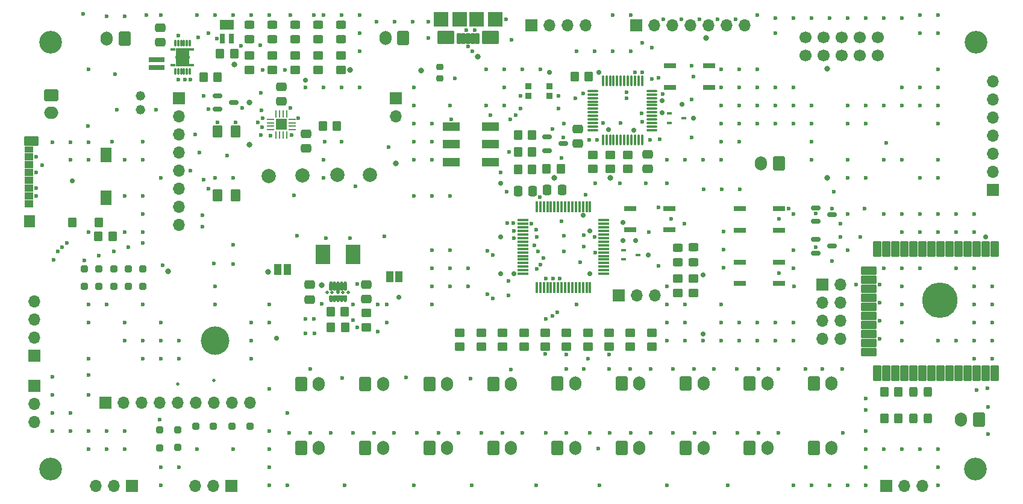
<source format=gts>
G04 #@! TF.GenerationSoftware,KiCad,Pcbnew,7.0.10*
G04 #@! TF.CreationDate,2024-03-07T14:57:28-05:00*
G04 #@! TF.ProjectId,ECE477_PCBDesign,45434534-3737-45f5-9043-424465736967,1*
G04 #@! TF.SameCoordinates,Original*
G04 #@! TF.FileFunction,Soldermask,Top*
G04 #@! TF.FilePolarity,Negative*
%FSLAX46Y46*%
G04 Gerber Fmt 4.6, Leading zero omitted, Abs format (unit mm)*
G04 Created by KiCad (PCBNEW 7.0.10) date 2024-03-07 14:57:28*
%MOMM*%
%LPD*%
G01*
G04 APERTURE LIST*
G04 Aperture macros list*
%AMRoundRect*
0 Rectangle with rounded corners*
0 $1 Rounding radius*
0 $2 $3 $4 $5 $6 $7 $8 $9 X,Y pos of 4 corners*
0 Add a 4 corners polygon primitive as box body*
4,1,4,$2,$3,$4,$5,$6,$7,$8,$9,$2,$3,0*
0 Add four circle primitives for the rounded corners*
1,1,$1+$1,$2,$3*
1,1,$1+$1,$4,$5*
1,1,$1+$1,$6,$7*
1,1,$1+$1,$8,$9*
0 Add four rect primitives between the rounded corners*
20,1,$1+$1,$2,$3,$4,$5,0*
20,1,$1+$1,$4,$5,$6,$7,0*
20,1,$1+$1,$6,$7,$8,$9,0*
20,1,$1+$1,$8,$9,$2,$3,0*%
G04 Aperture macros list end*
%ADD10C,0.100000*%
%ADD11C,0.010000*%
%ADD12R,1.700000X1.700000*%
%ADD13O,1.700000X1.700000*%
%ADD14R,2.489200X1.193800*%
%ADD15RoundRect,0.250000X-0.250000X-0.250000X0.250000X-0.250000X0.250000X0.250000X-0.250000X0.250000X0*%
%ADD16RoundRect,0.250000X-0.750000X0.600000X-0.750000X-0.600000X0.750000X-0.600000X0.750000X0.600000X0*%
%ADD17O,2.000000X1.700000*%
%ADD18RoundRect,0.250000X-0.600000X-0.750000X0.600000X-0.750000X0.600000X0.750000X-0.600000X0.750000X0*%
%ADD19O,1.700000X2.000000*%
%ADD20RoundRect,0.250000X0.450000X-0.350000X0.450000X0.350000X-0.450000X0.350000X-0.450000X-0.350000X0*%
%ADD21RoundRect,0.250000X0.600000X0.750000X-0.600000X0.750000X-0.600000X-0.750000X0.600000X-0.750000X0*%
%ADD22R,0.812800X0.838200*%
%ADD23R,1.701800X0.762000*%
%ADD24RoundRect,0.250000X0.450000X-0.325000X0.450000X0.325000X-0.450000X0.325000X-0.450000X-0.325000X0*%
%ADD25RoundRect,0.250000X-0.350000X-0.450000X0.350000X-0.450000X0.350000X0.450000X-0.350000X0.450000X0*%
%ADD26RoundRect,0.250000X-0.450000X0.350000X-0.450000X-0.350000X0.450000X-0.350000X0.450000X0.350000X0*%
%ADD27RoundRect,0.075000X0.662500X0.075000X-0.662500X0.075000X-0.662500X-0.075000X0.662500X-0.075000X0*%
%ADD28RoundRect,0.075000X0.075000X0.662500X-0.075000X0.662500X-0.075000X-0.662500X0.075000X-0.662500X0*%
%ADD29RoundRect,0.250000X-0.475000X0.337500X-0.475000X-0.337500X0.475000X-0.337500X0.475000X0.337500X0*%
%ADD30RoundRect,0.250000X0.350000X0.450000X-0.350000X0.450000X-0.350000X-0.450000X0.350000X-0.450000X0*%
%ADD31C,1.700000*%
%ADD32RoundRect,0.250000X-0.450000X0.325000X-0.450000X-0.325000X0.450000X-0.325000X0.450000X0.325000X0*%
%ADD33C,2.000000*%
%ADD34C,1.320800*%
%ADD35R,2.209800X0.711200*%
%ADD36RoundRect,0.150000X-0.512500X-0.150000X0.512500X-0.150000X0.512500X0.150000X-0.512500X0.150000X0*%
%ADD37C,3.200000*%
%ADD38RoundRect,0.250000X0.250000X-0.250000X0.250000X0.250000X-0.250000X0.250000X-0.250000X-0.250000X0*%
%ADD39RoundRect,0.250000X-0.325000X-0.450000X0.325000X-0.450000X0.325000X0.450000X-0.325000X0.450000X0*%
%ADD40RoundRect,0.250000X-0.337500X-0.475000X0.337500X-0.475000X0.337500X0.475000X-0.337500X0.475000X0*%
%ADD41RoundRect,0.102000X-0.450000X1.000000X-0.450000X-1.000000X0.450000X-1.000000X0.450000X1.000000X0*%
%ADD42RoundRect,0.102000X-1.000000X0.450000X-1.000000X-0.450000X1.000000X-0.450000X1.000000X0.450000X0*%
%ADD43O,5.000000X5.000000*%
%ADD44R,0.700000X0.450000*%
%ADD45RoundRect,0.218750X0.256250X-0.218750X0.256250X0.218750X-0.256250X0.218750X-0.256250X-0.218750X0*%
%ADD46RoundRect,0.062500X-0.062500X0.453500X-0.062500X-0.453500X0.062500X-0.453500X0.062500X0.453500X0*%
%ADD47RoundRect,0.062500X-0.453500X0.062500X-0.453500X-0.062500X0.453500X-0.062500X0.453500X0.062500X0*%
%ADD48C,1.600000*%
%ADD49R,1.600000X1.600000*%
%ADD50RoundRect,0.250000X0.475000X-0.337500X0.475000X0.337500X-0.475000X0.337500X-0.475000X-0.337500X0*%
%ADD51RoundRect,0.075000X0.700000X0.075000X-0.700000X0.075000X-0.700000X-0.075000X0.700000X-0.075000X0*%
%ADD52RoundRect,0.075000X0.075000X0.700000X-0.075000X0.700000X-0.075000X-0.700000X0.075000X-0.700000X0*%
%ADD53R,1.000000X1.500000*%
%ADD54RoundRect,0.076200X-0.550000X0.425000X-0.550000X-0.425000X0.550000X-0.425000X0.550000X0.425000X0*%
%ADD55RoundRect,0.076200X-0.550000X0.375000X-0.550000X-0.375000X0.550000X-0.375000X0.550000X0.375000X0*%
%ADD56RoundRect,0.076200X-0.500000X0.600000X-0.500000X-0.600000X0.500000X-0.600000X0.500000X0.600000X0*%
%ADD57RoundRect,0.076200X-0.675000X0.775000X-0.675000X-0.775000X0.675000X-0.775000X0.675000X0.775000X0*%
%ADD58RoundRect,0.076200X-0.900000X0.585000X-0.900000X-0.585000X0.900000X-0.585000X0.900000X0.585000X0*%
%ADD59RoundRect,0.076200X-0.675000X0.950000X-0.675000X-0.950000X0.675000X-0.950000X0.675000X0.950000X0*%
%ADD60RoundRect,0.102000X0.550000X-0.750000X0.550000X0.750000X-0.550000X0.750000X-0.550000X-0.750000X0*%
%ADD61RoundRect,0.102000X-0.550000X0.750000X-0.550000X-0.750000X0.550000X-0.750000X0.550000X0.750000X0*%
%ADD62R,2.158600X2.794000*%
%ADD63RoundRect,0.030200X-0.271800X0.666800X-0.271800X-0.666800X0.271800X-0.666800X0.271800X0.666800X0*%
%ADD64RoundRect,0.050000X-0.100000X0.100000X-0.100000X-0.100000X0.100000X-0.100000X0.100000X0.100000X0*%
%ADD65O,0.300000X0.950000*%
%ADD66R,0.675000X0.400000*%
%ADD67R,1.950000X2.600000*%
%ADD68RoundRect,0.102000X0.200000X0.675000X-0.200000X0.675000X-0.200000X-0.675000X0.200000X-0.675000X0*%
%ADD69RoundRect,0.102000X0.900000X0.950000X-0.900000X0.950000X-0.900000X-0.950000X0.900000X-0.950000X0*%
%ADD70RoundRect,0.102000X1.050000X0.800000X-1.050000X0.800000X-1.050000X-0.800000X1.050000X-0.800000X0*%
%ADD71RoundRect,0.102000X0.950000X0.950000X-0.950000X0.950000X-0.950000X-0.950000X0.950000X-0.950000X0*%
%ADD72RoundRect,0.250000X0.337500X0.475000X-0.337500X0.475000X-0.337500X-0.475000X0.337500X-0.475000X0*%
%ADD73C,4.000000*%
%ADD74C,0.600000*%
%ADD75C,0.700000*%
%ADD76C,0.500000*%
%ADD77C,0.800000*%
G04 APERTURE END LIST*
D10*
X191539311Y-144409560D02*
X191838311Y-144409560D01*
X191838311Y-144409560D02*
X191838311Y-143564560D01*
X191838311Y-143564560D02*
X191539311Y-143564560D01*
X191539311Y-143564560D02*
X191539311Y-144409560D01*
G36*
X191539311Y-144409560D02*
G01*
X191838311Y-144409560D01*
X191838311Y-143564560D01*
X191539311Y-143564560D01*
X191539311Y-144409560D01*
G37*
X192039311Y-144409560D02*
X192338311Y-144409560D01*
X192338311Y-144409560D02*
X192338311Y-143564560D01*
X192338311Y-143564560D02*
X192039311Y-143564560D01*
X192039311Y-143564560D02*
X192039311Y-144409560D01*
G36*
X192039311Y-144409560D02*
G01*
X192338311Y-144409560D01*
X192338311Y-143564560D01*
X192039311Y-143564560D01*
X192039311Y-144409560D01*
G37*
X192539311Y-144409560D02*
X192838311Y-144409560D01*
X192838311Y-144409560D02*
X192838311Y-143564560D01*
X192838311Y-143564560D02*
X192539311Y-143564560D01*
X192539311Y-143564560D02*
X192539311Y-144409560D01*
G36*
X192539311Y-144409560D02*
G01*
X192838311Y-144409560D01*
X192838311Y-143564560D01*
X192539311Y-143564560D01*
X192539311Y-144409560D01*
G37*
X193039311Y-144409560D02*
X193338311Y-144409560D01*
X193338311Y-144409560D02*
X193338311Y-143564560D01*
X193338311Y-143564560D02*
X193039311Y-143564560D01*
X193039311Y-143564560D02*
X193039311Y-144409560D01*
G36*
X193039311Y-144409560D02*
G01*
X193338311Y-144409560D01*
X193338311Y-143564560D01*
X193039311Y-143564560D01*
X193039311Y-144409560D01*
G37*
X193539311Y-144409560D02*
X193838311Y-144409560D01*
X193838311Y-144409560D02*
X193838311Y-143564560D01*
X193838311Y-143564560D02*
X193539311Y-143564560D01*
X193539311Y-143564560D02*
X193539311Y-144409560D01*
G36*
X193539311Y-144409560D02*
G01*
X193838311Y-144409560D01*
X193838311Y-143564560D01*
X193539311Y-143564560D01*
X193539311Y-144409560D01*
G37*
X192539311Y-143112060D02*
X192838311Y-143112060D01*
X192838311Y-143112060D02*
X192838311Y-141567060D01*
X192838311Y-141567060D02*
X192539311Y-141567060D01*
X192539311Y-141567060D02*
X192539311Y-143112060D01*
G36*
X192539311Y-143112060D02*
G01*
X192838311Y-143112060D01*
X192838311Y-141567060D01*
X192539311Y-141567060D01*
X192539311Y-143112060D01*
G37*
X192039311Y-142712060D02*
X192338311Y-142712060D01*
X192338311Y-142712060D02*
X192338311Y-141567060D01*
X192338311Y-141567060D02*
X192039311Y-141567060D01*
X192039311Y-141567060D02*
X192039311Y-142712060D01*
G36*
X192039311Y-142712060D02*
G01*
X192338311Y-142712060D01*
X192338311Y-141567060D01*
X192039311Y-141567060D01*
X192039311Y-142712060D01*
G37*
X193039311Y-142712060D02*
X193338311Y-142712060D01*
X193338311Y-142712060D02*
X193338311Y-141567060D01*
X193338311Y-141567060D02*
X193039311Y-141567060D01*
X193039311Y-141567060D02*
X193039311Y-142712060D01*
G36*
X193039311Y-142712060D02*
G01*
X193338311Y-142712060D01*
X193338311Y-141567060D01*
X193039311Y-141567060D01*
X193039311Y-142712060D01*
G37*
X193539311Y-142712060D02*
X193838311Y-142712060D01*
X193838311Y-142712060D02*
X193838311Y-141567060D01*
X193838311Y-141567060D02*
X193539311Y-141567060D01*
X193539311Y-141567060D02*
X193539311Y-142712060D01*
G36*
X193539311Y-142712060D02*
G01*
X193838311Y-142712060D01*
X193838311Y-141567060D01*
X193539311Y-141567060D01*
X193539311Y-142712060D01*
G37*
X191539311Y-142709560D02*
X191838311Y-142709560D01*
X191838311Y-142709560D02*
X191838311Y-141564560D01*
X191838311Y-141564560D02*
X191539311Y-141564560D01*
X191539311Y-141564560D02*
X191539311Y-142709560D01*
G36*
X191539311Y-142709560D02*
G01*
X191838311Y-142709560D01*
X191838311Y-141564560D01*
X191539311Y-141564560D01*
X191539311Y-142709560D01*
G37*
D11*
X191776311Y-143518060D02*
X191782311Y-143518060D01*
X191788311Y-143520060D01*
X191794311Y-143521060D01*
X191800311Y-143523060D01*
X191806311Y-143525060D01*
X191812311Y-143527060D01*
X191817311Y-143530060D01*
X191823311Y-143533060D01*
X191828311Y-143536060D01*
X191834311Y-143540060D01*
X191839311Y-143544060D01*
X191843311Y-143548060D01*
X191848311Y-143552060D01*
X191852311Y-143557060D01*
X191856311Y-143561060D01*
X191860311Y-143566060D01*
X191864311Y-143572060D01*
X191867311Y-143577060D01*
X191870311Y-143583060D01*
X191873311Y-143588060D01*
X191875311Y-143594060D01*
X191877311Y-143600060D01*
X191879311Y-143606060D01*
X191880311Y-143612060D01*
X191882311Y-143618060D01*
X191882311Y-143624060D01*
X191883311Y-143631060D01*
X191883311Y-143637060D01*
X191883311Y-144137060D01*
X191883311Y-144143060D01*
X191882311Y-144150060D01*
X191882311Y-144156060D01*
X191880311Y-144162060D01*
X191879311Y-144168060D01*
X191877311Y-144174060D01*
X191875311Y-144180060D01*
X191873311Y-144186060D01*
X191870311Y-144191060D01*
X191867311Y-144197060D01*
X191864311Y-144202060D01*
X191860311Y-144208060D01*
X191856311Y-144213060D01*
X191852311Y-144217060D01*
X191848311Y-144222060D01*
X191843311Y-144226060D01*
X191839311Y-144230060D01*
X191834311Y-144234060D01*
X191828311Y-144238060D01*
X191823311Y-144241060D01*
X191817311Y-144244060D01*
X191812311Y-144247060D01*
X191806311Y-144249060D01*
X191800311Y-144251060D01*
X191794311Y-144253060D01*
X191788311Y-144254060D01*
X191782311Y-144256060D01*
X191776311Y-144256060D01*
X191769311Y-144257060D01*
X191763311Y-144257060D01*
X191613311Y-144257060D01*
X191607311Y-144257060D01*
X191600311Y-144256060D01*
X191594311Y-144256060D01*
X191588311Y-144254060D01*
X191582311Y-144253060D01*
X191576311Y-144251060D01*
X191570311Y-144249060D01*
X191564311Y-144247060D01*
X191559311Y-144244060D01*
X191553311Y-144241060D01*
X191548311Y-144238060D01*
X191542311Y-144234060D01*
X191537311Y-144230060D01*
X191533311Y-144226060D01*
X191528311Y-144222060D01*
X191524311Y-144217060D01*
X191520311Y-144213060D01*
X191516311Y-144208060D01*
X191512311Y-144202060D01*
X191509311Y-144197060D01*
X191506311Y-144191060D01*
X191503311Y-144186060D01*
X191501311Y-144180060D01*
X191499311Y-144174060D01*
X191497311Y-144168060D01*
X191496311Y-144162060D01*
X191494311Y-144156060D01*
X191494311Y-144150060D01*
X191493311Y-144143060D01*
X191493311Y-144137060D01*
X191493311Y-143637060D01*
X191493311Y-143631060D01*
X191494311Y-143624060D01*
X191494311Y-143618060D01*
X191496311Y-143612060D01*
X191497311Y-143606060D01*
X191499311Y-143600060D01*
X191501311Y-143594060D01*
X191503311Y-143588060D01*
X191506311Y-143583060D01*
X191509311Y-143577060D01*
X191512311Y-143572060D01*
X191516311Y-143566060D01*
X191520311Y-143561060D01*
X191524311Y-143557060D01*
X191528311Y-143552060D01*
X191533311Y-143548060D01*
X191537311Y-143544060D01*
X191542311Y-143540060D01*
X191548311Y-143536060D01*
X191553311Y-143533060D01*
X191559311Y-143530060D01*
X191564311Y-143527060D01*
X191570311Y-143525060D01*
X191576311Y-143523060D01*
X191582311Y-143521060D01*
X191588311Y-143520060D01*
X191594311Y-143518060D01*
X191600311Y-143518060D01*
X191607311Y-143517060D01*
X191613311Y-143517060D01*
X191763311Y-143517060D01*
X191769311Y-143517060D01*
X191776311Y-143518060D01*
G36*
X191776311Y-143518060D02*
G01*
X191782311Y-143518060D01*
X191788311Y-143520060D01*
X191794311Y-143521060D01*
X191800311Y-143523060D01*
X191806311Y-143525060D01*
X191812311Y-143527060D01*
X191817311Y-143530060D01*
X191823311Y-143533060D01*
X191828311Y-143536060D01*
X191834311Y-143540060D01*
X191839311Y-143544060D01*
X191843311Y-143548060D01*
X191848311Y-143552060D01*
X191852311Y-143557060D01*
X191856311Y-143561060D01*
X191860311Y-143566060D01*
X191864311Y-143572060D01*
X191867311Y-143577060D01*
X191870311Y-143583060D01*
X191873311Y-143588060D01*
X191875311Y-143594060D01*
X191877311Y-143600060D01*
X191879311Y-143606060D01*
X191880311Y-143612060D01*
X191882311Y-143618060D01*
X191882311Y-143624060D01*
X191883311Y-143631060D01*
X191883311Y-143637060D01*
X191883311Y-144137060D01*
X191883311Y-144143060D01*
X191882311Y-144150060D01*
X191882311Y-144156060D01*
X191880311Y-144162060D01*
X191879311Y-144168060D01*
X191877311Y-144174060D01*
X191875311Y-144180060D01*
X191873311Y-144186060D01*
X191870311Y-144191060D01*
X191867311Y-144197060D01*
X191864311Y-144202060D01*
X191860311Y-144208060D01*
X191856311Y-144213060D01*
X191852311Y-144217060D01*
X191848311Y-144222060D01*
X191843311Y-144226060D01*
X191839311Y-144230060D01*
X191834311Y-144234060D01*
X191828311Y-144238060D01*
X191823311Y-144241060D01*
X191817311Y-144244060D01*
X191812311Y-144247060D01*
X191806311Y-144249060D01*
X191800311Y-144251060D01*
X191794311Y-144253060D01*
X191788311Y-144254060D01*
X191782311Y-144256060D01*
X191776311Y-144256060D01*
X191769311Y-144257060D01*
X191763311Y-144257060D01*
X191613311Y-144257060D01*
X191607311Y-144257060D01*
X191600311Y-144256060D01*
X191594311Y-144256060D01*
X191588311Y-144254060D01*
X191582311Y-144253060D01*
X191576311Y-144251060D01*
X191570311Y-144249060D01*
X191564311Y-144247060D01*
X191559311Y-144244060D01*
X191553311Y-144241060D01*
X191548311Y-144238060D01*
X191542311Y-144234060D01*
X191537311Y-144230060D01*
X191533311Y-144226060D01*
X191528311Y-144222060D01*
X191524311Y-144217060D01*
X191520311Y-144213060D01*
X191516311Y-144208060D01*
X191512311Y-144202060D01*
X191509311Y-144197060D01*
X191506311Y-144191060D01*
X191503311Y-144186060D01*
X191501311Y-144180060D01*
X191499311Y-144174060D01*
X191497311Y-144168060D01*
X191496311Y-144162060D01*
X191494311Y-144156060D01*
X191494311Y-144150060D01*
X191493311Y-144143060D01*
X191493311Y-144137060D01*
X191493311Y-143637060D01*
X191493311Y-143631060D01*
X191494311Y-143624060D01*
X191494311Y-143618060D01*
X191496311Y-143612060D01*
X191497311Y-143606060D01*
X191499311Y-143600060D01*
X191501311Y-143594060D01*
X191503311Y-143588060D01*
X191506311Y-143583060D01*
X191509311Y-143577060D01*
X191512311Y-143572060D01*
X191516311Y-143566060D01*
X191520311Y-143561060D01*
X191524311Y-143557060D01*
X191528311Y-143552060D01*
X191533311Y-143548060D01*
X191537311Y-143544060D01*
X191542311Y-143540060D01*
X191548311Y-143536060D01*
X191553311Y-143533060D01*
X191559311Y-143530060D01*
X191564311Y-143527060D01*
X191570311Y-143525060D01*
X191576311Y-143523060D01*
X191582311Y-143521060D01*
X191588311Y-143520060D01*
X191594311Y-143518060D01*
X191600311Y-143518060D01*
X191607311Y-143517060D01*
X191613311Y-143517060D01*
X191763311Y-143517060D01*
X191769311Y-143517060D01*
X191776311Y-143518060D01*
G37*
X192276311Y-143518060D02*
X192282311Y-143518060D01*
X192288311Y-143520060D01*
X192294311Y-143521060D01*
X192300311Y-143523060D01*
X192306311Y-143525060D01*
X192312311Y-143527060D01*
X192317311Y-143530060D01*
X192323311Y-143533060D01*
X192328311Y-143536060D01*
X192334311Y-143540060D01*
X192339311Y-143544060D01*
X192343311Y-143548060D01*
X192348311Y-143552060D01*
X192352311Y-143557060D01*
X192356311Y-143561060D01*
X192360311Y-143566060D01*
X192364311Y-143572060D01*
X192367311Y-143577060D01*
X192370311Y-143583060D01*
X192373311Y-143588060D01*
X192375311Y-143594060D01*
X192377311Y-143600060D01*
X192379311Y-143606060D01*
X192380311Y-143612060D01*
X192382311Y-143618060D01*
X192382311Y-143624060D01*
X192383311Y-143631060D01*
X192383311Y-143637060D01*
X192383311Y-144137060D01*
X192383311Y-144143060D01*
X192382311Y-144150060D01*
X192382311Y-144156060D01*
X192380311Y-144162060D01*
X192379311Y-144168060D01*
X192377311Y-144174060D01*
X192375311Y-144180060D01*
X192373311Y-144186060D01*
X192370311Y-144191060D01*
X192367311Y-144197060D01*
X192364311Y-144202060D01*
X192360311Y-144208060D01*
X192356311Y-144213060D01*
X192352311Y-144217060D01*
X192348311Y-144222060D01*
X192343311Y-144226060D01*
X192339311Y-144230060D01*
X192334311Y-144234060D01*
X192328311Y-144238060D01*
X192323311Y-144241060D01*
X192317311Y-144244060D01*
X192312311Y-144247060D01*
X192306311Y-144249060D01*
X192300311Y-144251060D01*
X192294311Y-144253060D01*
X192288311Y-144254060D01*
X192282311Y-144256060D01*
X192276311Y-144256060D01*
X192269311Y-144257060D01*
X192263311Y-144257060D01*
X192113311Y-144257060D01*
X192107311Y-144257060D01*
X192100311Y-144256060D01*
X192094311Y-144256060D01*
X192088311Y-144254060D01*
X192082311Y-144253060D01*
X192076311Y-144251060D01*
X192070311Y-144249060D01*
X192064311Y-144247060D01*
X192059311Y-144244060D01*
X192053311Y-144241060D01*
X192048311Y-144238060D01*
X192042311Y-144234060D01*
X192037311Y-144230060D01*
X192033311Y-144226060D01*
X192028311Y-144222060D01*
X192024311Y-144217060D01*
X192020311Y-144213060D01*
X192016311Y-144208060D01*
X192012311Y-144202060D01*
X192009311Y-144197060D01*
X192006311Y-144191060D01*
X192003311Y-144186060D01*
X192001311Y-144180060D01*
X191999311Y-144174060D01*
X191997311Y-144168060D01*
X191996311Y-144162060D01*
X191994311Y-144156060D01*
X191994311Y-144150060D01*
X191993311Y-144143060D01*
X191993311Y-144137060D01*
X191993311Y-143637060D01*
X191993311Y-143631060D01*
X191994311Y-143624060D01*
X191994311Y-143618060D01*
X191996311Y-143612060D01*
X191997311Y-143606060D01*
X191999311Y-143600060D01*
X192001311Y-143594060D01*
X192003311Y-143588060D01*
X192006311Y-143583060D01*
X192009311Y-143577060D01*
X192012311Y-143572060D01*
X192016311Y-143566060D01*
X192020311Y-143561060D01*
X192024311Y-143557060D01*
X192028311Y-143552060D01*
X192033311Y-143548060D01*
X192037311Y-143544060D01*
X192042311Y-143540060D01*
X192048311Y-143536060D01*
X192053311Y-143533060D01*
X192059311Y-143530060D01*
X192064311Y-143527060D01*
X192070311Y-143525060D01*
X192076311Y-143523060D01*
X192082311Y-143521060D01*
X192088311Y-143520060D01*
X192094311Y-143518060D01*
X192100311Y-143518060D01*
X192107311Y-143517060D01*
X192113311Y-143517060D01*
X192263311Y-143517060D01*
X192269311Y-143517060D01*
X192276311Y-143518060D01*
G36*
X192276311Y-143518060D02*
G01*
X192282311Y-143518060D01*
X192288311Y-143520060D01*
X192294311Y-143521060D01*
X192300311Y-143523060D01*
X192306311Y-143525060D01*
X192312311Y-143527060D01*
X192317311Y-143530060D01*
X192323311Y-143533060D01*
X192328311Y-143536060D01*
X192334311Y-143540060D01*
X192339311Y-143544060D01*
X192343311Y-143548060D01*
X192348311Y-143552060D01*
X192352311Y-143557060D01*
X192356311Y-143561060D01*
X192360311Y-143566060D01*
X192364311Y-143572060D01*
X192367311Y-143577060D01*
X192370311Y-143583060D01*
X192373311Y-143588060D01*
X192375311Y-143594060D01*
X192377311Y-143600060D01*
X192379311Y-143606060D01*
X192380311Y-143612060D01*
X192382311Y-143618060D01*
X192382311Y-143624060D01*
X192383311Y-143631060D01*
X192383311Y-143637060D01*
X192383311Y-144137060D01*
X192383311Y-144143060D01*
X192382311Y-144150060D01*
X192382311Y-144156060D01*
X192380311Y-144162060D01*
X192379311Y-144168060D01*
X192377311Y-144174060D01*
X192375311Y-144180060D01*
X192373311Y-144186060D01*
X192370311Y-144191060D01*
X192367311Y-144197060D01*
X192364311Y-144202060D01*
X192360311Y-144208060D01*
X192356311Y-144213060D01*
X192352311Y-144217060D01*
X192348311Y-144222060D01*
X192343311Y-144226060D01*
X192339311Y-144230060D01*
X192334311Y-144234060D01*
X192328311Y-144238060D01*
X192323311Y-144241060D01*
X192317311Y-144244060D01*
X192312311Y-144247060D01*
X192306311Y-144249060D01*
X192300311Y-144251060D01*
X192294311Y-144253060D01*
X192288311Y-144254060D01*
X192282311Y-144256060D01*
X192276311Y-144256060D01*
X192269311Y-144257060D01*
X192263311Y-144257060D01*
X192113311Y-144257060D01*
X192107311Y-144257060D01*
X192100311Y-144256060D01*
X192094311Y-144256060D01*
X192088311Y-144254060D01*
X192082311Y-144253060D01*
X192076311Y-144251060D01*
X192070311Y-144249060D01*
X192064311Y-144247060D01*
X192059311Y-144244060D01*
X192053311Y-144241060D01*
X192048311Y-144238060D01*
X192042311Y-144234060D01*
X192037311Y-144230060D01*
X192033311Y-144226060D01*
X192028311Y-144222060D01*
X192024311Y-144217060D01*
X192020311Y-144213060D01*
X192016311Y-144208060D01*
X192012311Y-144202060D01*
X192009311Y-144197060D01*
X192006311Y-144191060D01*
X192003311Y-144186060D01*
X192001311Y-144180060D01*
X191999311Y-144174060D01*
X191997311Y-144168060D01*
X191996311Y-144162060D01*
X191994311Y-144156060D01*
X191994311Y-144150060D01*
X191993311Y-144143060D01*
X191993311Y-144137060D01*
X191993311Y-143637060D01*
X191993311Y-143631060D01*
X191994311Y-143624060D01*
X191994311Y-143618060D01*
X191996311Y-143612060D01*
X191997311Y-143606060D01*
X191999311Y-143600060D01*
X192001311Y-143594060D01*
X192003311Y-143588060D01*
X192006311Y-143583060D01*
X192009311Y-143577060D01*
X192012311Y-143572060D01*
X192016311Y-143566060D01*
X192020311Y-143561060D01*
X192024311Y-143557060D01*
X192028311Y-143552060D01*
X192033311Y-143548060D01*
X192037311Y-143544060D01*
X192042311Y-143540060D01*
X192048311Y-143536060D01*
X192053311Y-143533060D01*
X192059311Y-143530060D01*
X192064311Y-143527060D01*
X192070311Y-143525060D01*
X192076311Y-143523060D01*
X192082311Y-143521060D01*
X192088311Y-143520060D01*
X192094311Y-143518060D01*
X192100311Y-143518060D01*
X192107311Y-143517060D01*
X192113311Y-143517060D01*
X192263311Y-143517060D01*
X192269311Y-143517060D01*
X192276311Y-143518060D01*
G37*
X192776311Y-143518060D02*
X192782311Y-143518060D01*
X192788311Y-143520060D01*
X192794311Y-143521060D01*
X192800311Y-143523060D01*
X192806311Y-143525060D01*
X192812311Y-143527060D01*
X192817311Y-143530060D01*
X192823311Y-143533060D01*
X192828311Y-143536060D01*
X192834311Y-143540060D01*
X192839311Y-143544060D01*
X192843311Y-143548060D01*
X192848311Y-143552060D01*
X192852311Y-143557060D01*
X192856311Y-143561060D01*
X192860311Y-143566060D01*
X192864311Y-143572060D01*
X192867311Y-143577060D01*
X192870311Y-143583060D01*
X192873311Y-143588060D01*
X192875311Y-143594060D01*
X192877311Y-143600060D01*
X192879311Y-143606060D01*
X192880311Y-143612060D01*
X192882311Y-143618060D01*
X192882311Y-143624060D01*
X192883311Y-143631060D01*
X192883311Y-143637060D01*
X192883311Y-144137060D01*
X192883311Y-144143060D01*
X192882311Y-144150060D01*
X192882311Y-144156060D01*
X192880311Y-144162060D01*
X192879311Y-144168060D01*
X192877311Y-144174060D01*
X192875311Y-144180060D01*
X192873311Y-144186060D01*
X192870311Y-144191060D01*
X192867311Y-144197060D01*
X192864311Y-144202060D01*
X192860311Y-144208060D01*
X192856311Y-144213060D01*
X192852311Y-144217060D01*
X192848311Y-144222060D01*
X192843311Y-144226060D01*
X192839311Y-144230060D01*
X192834311Y-144234060D01*
X192828311Y-144238060D01*
X192823311Y-144241060D01*
X192817311Y-144244060D01*
X192812311Y-144247060D01*
X192806311Y-144249060D01*
X192800311Y-144251060D01*
X192794311Y-144253060D01*
X192788311Y-144254060D01*
X192782311Y-144256060D01*
X192776311Y-144256060D01*
X192769311Y-144257060D01*
X192763311Y-144257060D01*
X192613311Y-144257060D01*
X192607311Y-144257060D01*
X192600311Y-144256060D01*
X192594311Y-144256060D01*
X192588311Y-144254060D01*
X192582311Y-144253060D01*
X192576311Y-144251060D01*
X192570311Y-144249060D01*
X192564311Y-144247060D01*
X192559311Y-144244060D01*
X192553311Y-144241060D01*
X192548311Y-144238060D01*
X192542311Y-144234060D01*
X192537311Y-144230060D01*
X192533311Y-144226060D01*
X192528311Y-144222060D01*
X192524311Y-144217060D01*
X192520311Y-144213060D01*
X192516311Y-144208060D01*
X192512311Y-144202060D01*
X192509311Y-144197060D01*
X192506311Y-144191060D01*
X192503311Y-144186060D01*
X192501311Y-144180060D01*
X192499311Y-144174060D01*
X192497311Y-144168060D01*
X192496311Y-144162060D01*
X192494311Y-144156060D01*
X192494311Y-144150060D01*
X192493311Y-144143060D01*
X192493311Y-144137060D01*
X192493311Y-143637060D01*
X192493311Y-143631060D01*
X192494311Y-143624060D01*
X192494311Y-143618060D01*
X192496311Y-143612060D01*
X192497311Y-143606060D01*
X192499311Y-143600060D01*
X192501311Y-143594060D01*
X192503311Y-143588060D01*
X192506311Y-143583060D01*
X192509311Y-143577060D01*
X192512311Y-143572060D01*
X192516311Y-143566060D01*
X192520311Y-143561060D01*
X192524311Y-143557060D01*
X192528311Y-143552060D01*
X192533311Y-143548060D01*
X192537311Y-143544060D01*
X192542311Y-143540060D01*
X192548311Y-143536060D01*
X192553311Y-143533060D01*
X192559311Y-143530060D01*
X192564311Y-143527060D01*
X192570311Y-143525060D01*
X192576311Y-143523060D01*
X192582311Y-143521060D01*
X192588311Y-143520060D01*
X192594311Y-143518060D01*
X192600311Y-143518060D01*
X192607311Y-143517060D01*
X192613311Y-143517060D01*
X192763311Y-143517060D01*
X192769311Y-143517060D01*
X192776311Y-143518060D01*
G36*
X192776311Y-143518060D02*
G01*
X192782311Y-143518060D01*
X192788311Y-143520060D01*
X192794311Y-143521060D01*
X192800311Y-143523060D01*
X192806311Y-143525060D01*
X192812311Y-143527060D01*
X192817311Y-143530060D01*
X192823311Y-143533060D01*
X192828311Y-143536060D01*
X192834311Y-143540060D01*
X192839311Y-143544060D01*
X192843311Y-143548060D01*
X192848311Y-143552060D01*
X192852311Y-143557060D01*
X192856311Y-143561060D01*
X192860311Y-143566060D01*
X192864311Y-143572060D01*
X192867311Y-143577060D01*
X192870311Y-143583060D01*
X192873311Y-143588060D01*
X192875311Y-143594060D01*
X192877311Y-143600060D01*
X192879311Y-143606060D01*
X192880311Y-143612060D01*
X192882311Y-143618060D01*
X192882311Y-143624060D01*
X192883311Y-143631060D01*
X192883311Y-143637060D01*
X192883311Y-144137060D01*
X192883311Y-144143060D01*
X192882311Y-144150060D01*
X192882311Y-144156060D01*
X192880311Y-144162060D01*
X192879311Y-144168060D01*
X192877311Y-144174060D01*
X192875311Y-144180060D01*
X192873311Y-144186060D01*
X192870311Y-144191060D01*
X192867311Y-144197060D01*
X192864311Y-144202060D01*
X192860311Y-144208060D01*
X192856311Y-144213060D01*
X192852311Y-144217060D01*
X192848311Y-144222060D01*
X192843311Y-144226060D01*
X192839311Y-144230060D01*
X192834311Y-144234060D01*
X192828311Y-144238060D01*
X192823311Y-144241060D01*
X192817311Y-144244060D01*
X192812311Y-144247060D01*
X192806311Y-144249060D01*
X192800311Y-144251060D01*
X192794311Y-144253060D01*
X192788311Y-144254060D01*
X192782311Y-144256060D01*
X192776311Y-144256060D01*
X192769311Y-144257060D01*
X192763311Y-144257060D01*
X192613311Y-144257060D01*
X192607311Y-144257060D01*
X192600311Y-144256060D01*
X192594311Y-144256060D01*
X192588311Y-144254060D01*
X192582311Y-144253060D01*
X192576311Y-144251060D01*
X192570311Y-144249060D01*
X192564311Y-144247060D01*
X192559311Y-144244060D01*
X192553311Y-144241060D01*
X192548311Y-144238060D01*
X192542311Y-144234060D01*
X192537311Y-144230060D01*
X192533311Y-144226060D01*
X192528311Y-144222060D01*
X192524311Y-144217060D01*
X192520311Y-144213060D01*
X192516311Y-144208060D01*
X192512311Y-144202060D01*
X192509311Y-144197060D01*
X192506311Y-144191060D01*
X192503311Y-144186060D01*
X192501311Y-144180060D01*
X192499311Y-144174060D01*
X192497311Y-144168060D01*
X192496311Y-144162060D01*
X192494311Y-144156060D01*
X192494311Y-144150060D01*
X192493311Y-144143060D01*
X192493311Y-144137060D01*
X192493311Y-143637060D01*
X192493311Y-143631060D01*
X192494311Y-143624060D01*
X192494311Y-143618060D01*
X192496311Y-143612060D01*
X192497311Y-143606060D01*
X192499311Y-143600060D01*
X192501311Y-143594060D01*
X192503311Y-143588060D01*
X192506311Y-143583060D01*
X192509311Y-143577060D01*
X192512311Y-143572060D01*
X192516311Y-143566060D01*
X192520311Y-143561060D01*
X192524311Y-143557060D01*
X192528311Y-143552060D01*
X192533311Y-143548060D01*
X192537311Y-143544060D01*
X192542311Y-143540060D01*
X192548311Y-143536060D01*
X192553311Y-143533060D01*
X192559311Y-143530060D01*
X192564311Y-143527060D01*
X192570311Y-143525060D01*
X192576311Y-143523060D01*
X192582311Y-143521060D01*
X192588311Y-143520060D01*
X192594311Y-143518060D01*
X192600311Y-143518060D01*
X192607311Y-143517060D01*
X192613311Y-143517060D01*
X192763311Y-143517060D01*
X192769311Y-143517060D01*
X192776311Y-143518060D01*
G37*
X193276311Y-143518060D02*
X193282311Y-143518060D01*
X193288311Y-143520060D01*
X193294311Y-143521060D01*
X193300311Y-143523060D01*
X193306311Y-143525060D01*
X193312311Y-143527060D01*
X193317311Y-143530060D01*
X193323311Y-143533060D01*
X193328311Y-143536060D01*
X193334311Y-143540060D01*
X193339311Y-143544060D01*
X193343311Y-143548060D01*
X193348311Y-143552060D01*
X193352311Y-143557060D01*
X193356311Y-143561060D01*
X193360311Y-143566060D01*
X193364311Y-143572060D01*
X193367311Y-143577060D01*
X193370311Y-143583060D01*
X193373311Y-143588060D01*
X193375311Y-143594060D01*
X193377311Y-143600060D01*
X193379311Y-143606060D01*
X193380311Y-143612060D01*
X193382311Y-143618060D01*
X193382311Y-143624060D01*
X193383311Y-143631060D01*
X193383311Y-143637060D01*
X193383311Y-144137060D01*
X193383311Y-144143060D01*
X193382311Y-144150060D01*
X193382311Y-144156060D01*
X193380311Y-144162060D01*
X193379311Y-144168060D01*
X193377311Y-144174060D01*
X193375311Y-144180060D01*
X193373311Y-144186060D01*
X193370311Y-144191060D01*
X193367311Y-144197060D01*
X193364311Y-144202060D01*
X193360311Y-144208060D01*
X193356311Y-144213060D01*
X193352311Y-144217060D01*
X193348311Y-144222060D01*
X193343311Y-144226060D01*
X193339311Y-144230060D01*
X193334311Y-144234060D01*
X193328311Y-144238060D01*
X193323311Y-144241060D01*
X193317311Y-144244060D01*
X193312311Y-144247060D01*
X193306311Y-144249060D01*
X193300311Y-144251060D01*
X193294311Y-144253060D01*
X193288311Y-144254060D01*
X193282311Y-144256060D01*
X193276311Y-144256060D01*
X193269311Y-144257060D01*
X193263311Y-144257060D01*
X193113311Y-144257060D01*
X193107311Y-144257060D01*
X193100311Y-144256060D01*
X193094311Y-144256060D01*
X193088311Y-144254060D01*
X193082311Y-144253060D01*
X193076311Y-144251060D01*
X193070311Y-144249060D01*
X193064311Y-144247060D01*
X193059311Y-144244060D01*
X193053311Y-144241060D01*
X193048311Y-144238060D01*
X193042311Y-144234060D01*
X193037311Y-144230060D01*
X193033311Y-144226060D01*
X193028311Y-144222060D01*
X193024311Y-144217060D01*
X193020311Y-144213060D01*
X193016311Y-144208060D01*
X193012311Y-144202060D01*
X193009311Y-144197060D01*
X193006311Y-144191060D01*
X193003311Y-144186060D01*
X193001311Y-144180060D01*
X192999311Y-144174060D01*
X192997311Y-144168060D01*
X192996311Y-144162060D01*
X192994311Y-144156060D01*
X192994311Y-144150060D01*
X192993311Y-144143060D01*
X192993311Y-144137060D01*
X192993311Y-143637060D01*
X192993311Y-143631060D01*
X192994311Y-143624060D01*
X192994311Y-143618060D01*
X192996311Y-143612060D01*
X192997311Y-143606060D01*
X192999311Y-143600060D01*
X193001311Y-143594060D01*
X193003311Y-143588060D01*
X193006311Y-143583060D01*
X193009311Y-143577060D01*
X193012311Y-143572060D01*
X193016311Y-143566060D01*
X193020311Y-143561060D01*
X193024311Y-143557060D01*
X193028311Y-143552060D01*
X193033311Y-143548060D01*
X193037311Y-143544060D01*
X193042311Y-143540060D01*
X193048311Y-143536060D01*
X193053311Y-143533060D01*
X193059311Y-143530060D01*
X193064311Y-143527060D01*
X193070311Y-143525060D01*
X193076311Y-143523060D01*
X193082311Y-143521060D01*
X193088311Y-143520060D01*
X193094311Y-143518060D01*
X193100311Y-143518060D01*
X193107311Y-143517060D01*
X193113311Y-143517060D01*
X193263311Y-143517060D01*
X193269311Y-143517060D01*
X193276311Y-143518060D01*
G36*
X193276311Y-143518060D02*
G01*
X193282311Y-143518060D01*
X193288311Y-143520060D01*
X193294311Y-143521060D01*
X193300311Y-143523060D01*
X193306311Y-143525060D01*
X193312311Y-143527060D01*
X193317311Y-143530060D01*
X193323311Y-143533060D01*
X193328311Y-143536060D01*
X193334311Y-143540060D01*
X193339311Y-143544060D01*
X193343311Y-143548060D01*
X193348311Y-143552060D01*
X193352311Y-143557060D01*
X193356311Y-143561060D01*
X193360311Y-143566060D01*
X193364311Y-143572060D01*
X193367311Y-143577060D01*
X193370311Y-143583060D01*
X193373311Y-143588060D01*
X193375311Y-143594060D01*
X193377311Y-143600060D01*
X193379311Y-143606060D01*
X193380311Y-143612060D01*
X193382311Y-143618060D01*
X193382311Y-143624060D01*
X193383311Y-143631060D01*
X193383311Y-143637060D01*
X193383311Y-144137060D01*
X193383311Y-144143060D01*
X193382311Y-144150060D01*
X193382311Y-144156060D01*
X193380311Y-144162060D01*
X193379311Y-144168060D01*
X193377311Y-144174060D01*
X193375311Y-144180060D01*
X193373311Y-144186060D01*
X193370311Y-144191060D01*
X193367311Y-144197060D01*
X193364311Y-144202060D01*
X193360311Y-144208060D01*
X193356311Y-144213060D01*
X193352311Y-144217060D01*
X193348311Y-144222060D01*
X193343311Y-144226060D01*
X193339311Y-144230060D01*
X193334311Y-144234060D01*
X193328311Y-144238060D01*
X193323311Y-144241060D01*
X193317311Y-144244060D01*
X193312311Y-144247060D01*
X193306311Y-144249060D01*
X193300311Y-144251060D01*
X193294311Y-144253060D01*
X193288311Y-144254060D01*
X193282311Y-144256060D01*
X193276311Y-144256060D01*
X193269311Y-144257060D01*
X193263311Y-144257060D01*
X193113311Y-144257060D01*
X193107311Y-144257060D01*
X193100311Y-144256060D01*
X193094311Y-144256060D01*
X193088311Y-144254060D01*
X193082311Y-144253060D01*
X193076311Y-144251060D01*
X193070311Y-144249060D01*
X193064311Y-144247060D01*
X193059311Y-144244060D01*
X193053311Y-144241060D01*
X193048311Y-144238060D01*
X193042311Y-144234060D01*
X193037311Y-144230060D01*
X193033311Y-144226060D01*
X193028311Y-144222060D01*
X193024311Y-144217060D01*
X193020311Y-144213060D01*
X193016311Y-144208060D01*
X193012311Y-144202060D01*
X193009311Y-144197060D01*
X193006311Y-144191060D01*
X193003311Y-144186060D01*
X193001311Y-144180060D01*
X192999311Y-144174060D01*
X192997311Y-144168060D01*
X192996311Y-144162060D01*
X192994311Y-144156060D01*
X192994311Y-144150060D01*
X192993311Y-144143060D01*
X192993311Y-144137060D01*
X192993311Y-143637060D01*
X192993311Y-143631060D01*
X192994311Y-143624060D01*
X192994311Y-143618060D01*
X192996311Y-143612060D01*
X192997311Y-143606060D01*
X192999311Y-143600060D01*
X193001311Y-143594060D01*
X193003311Y-143588060D01*
X193006311Y-143583060D01*
X193009311Y-143577060D01*
X193012311Y-143572060D01*
X193016311Y-143566060D01*
X193020311Y-143561060D01*
X193024311Y-143557060D01*
X193028311Y-143552060D01*
X193033311Y-143548060D01*
X193037311Y-143544060D01*
X193042311Y-143540060D01*
X193048311Y-143536060D01*
X193053311Y-143533060D01*
X193059311Y-143530060D01*
X193064311Y-143527060D01*
X193070311Y-143525060D01*
X193076311Y-143523060D01*
X193082311Y-143521060D01*
X193088311Y-143520060D01*
X193094311Y-143518060D01*
X193100311Y-143518060D01*
X193107311Y-143517060D01*
X193113311Y-143517060D01*
X193263311Y-143517060D01*
X193269311Y-143517060D01*
X193276311Y-143518060D01*
G37*
X193776311Y-143518060D02*
X193782311Y-143518060D01*
X193788311Y-143520060D01*
X193794311Y-143521060D01*
X193800311Y-143523060D01*
X193806311Y-143525060D01*
X193812311Y-143527060D01*
X193817311Y-143530060D01*
X193823311Y-143533060D01*
X193828311Y-143536060D01*
X193834311Y-143540060D01*
X193839311Y-143544060D01*
X193843311Y-143548060D01*
X193848311Y-143552060D01*
X193852311Y-143557060D01*
X193856311Y-143561060D01*
X193860311Y-143566060D01*
X193864311Y-143572060D01*
X193867311Y-143577060D01*
X193870311Y-143583060D01*
X193873311Y-143588060D01*
X193875311Y-143594060D01*
X193877311Y-143600060D01*
X193879311Y-143606060D01*
X193880311Y-143612060D01*
X193882311Y-143618060D01*
X193882311Y-143624060D01*
X193883311Y-143631060D01*
X193883311Y-143637060D01*
X193883311Y-144137060D01*
X193883311Y-144143060D01*
X193882311Y-144150060D01*
X193882311Y-144156060D01*
X193880311Y-144162060D01*
X193879311Y-144168060D01*
X193877311Y-144174060D01*
X193875311Y-144180060D01*
X193873311Y-144186060D01*
X193870311Y-144191060D01*
X193867311Y-144197060D01*
X193864311Y-144202060D01*
X193860311Y-144208060D01*
X193856311Y-144213060D01*
X193852311Y-144217060D01*
X193848311Y-144222060D01*
X193843311Y-144226060D01*
X193839311Y-144230060D01*
X193834311Y-144234060D01*
X193828311Y-144238060D01*
X193823311Y-144241060D01*
X193817311Y-144244060D01*
X193812311Y-144247060D01*
X193806311Y-144249060D01*
X193800311Y-144251060D01*
X193794311Y-144253060D01*
X193788311Y-144254060D01*
X193782311Y-144256060D01*
X193776311Y-144256060D01*
X193769311Y-144257060D01*
X193763311Y-144257060D01*
X193613311Y-144257060D01*
X193607311Y-144257060D01*
X193600311Y-144256060D01*
X193594311Y-144256060D01*
X193588311Y-144254060D01*
X193582311Y-144253060D01*
X193576311Y-144251060D01*
X193570311Y-144249060D01*
X193564311Y-144247060D01*
X193559311Y-144244060D01*
X193553311Y-144241060D01*
X193548311Y-144238060D01*
X193542311Y-144234060D01*
X193537311Y-144230060D01*
X193533311Y-144226060D01*
X193528311Y-144222060D01*
X193524311Y-144217060D01*
X193520311Y-144213060D01*
X193516311Y-144208060D01*
X193512311Y-144202060D01*
X193509311Y-144197060D01*
X193506311Y-144191060D01*
X193503311Y-144186060D01*
X193501311Y-144180060D01*
X193499311Y-144174060D01*
X193497311Y-144168060D01*
X193496311Y-144162060D01*
X193494311Y-144156060D01*
X193494311Y-144150060D01*
X193493311Y-144143060D01*
X193493311Y-144137060D01*
X193493311Y-143637060D01*
X193493311Y-143631060D01*
X193494311Y-143624060D01*
X193494311Y-143618060D01*
X193496311Y-143612060D01*
X193497311Y-143606060D01*
X193499311Y-143600060D01*
X193501311Y-143594060D01*
X193503311Y-143588060D01*
X193506311Y-143583060D01*
X193509311Y-143577060D01*
X193512311Y-143572060D01*
X193516311Y-143566060D01*
X193520311Y-143561060D01*
X193524311Y-143557060D01*
X193528311Y-143552060D01*
X193533311Y-143548060D01*
X193537311Y-143544060D01*
X193542311Y-143540060D01*
X193548311Y-143536060D01*
X193553311Y-143533060D01*
X193559311Y-143530060D01*
X193564311Y-143527060D01*
X193570311Y-143525060D01*
X193576311Y-143523060D01*
X193582311Y-143521060D01*
X193588311Y-143520060D01*
X193594311Y-143518060D01*
X193600311Y-143518060D01*
X193607311Y-143517060D01*
X193613311Y-143517060D01*
X193763311Y-143517060D01*
X193769311Y-143517060D01*
X193776311Y-143518060D01*
G36*
X193776311Y-143518060D02*
G01*
X193782311Y-143518060D01*
X193788311Y-143520060D01*
X193794311Y-143521060D01*
X193800311Y-143523060D01*
X193806311Y-143525060D01*
X193812311Y-143527060D01*
X193817311Y-143530060D01*
X193823311Y-143533060D01*
X193828311Y-143536060D01*
X193834311Y-143540060D01*
X193839311Y-143544060D01*
X193843311Y-143548060D01*
X193848311Y-143552060D01*
X193852311Y-143557060D01*
X193856311Y-143561060D01*
X193860311Y-143566060D01*
X193864311Y-143572060D01*
X193867311Y-143577060D01*
X193870311Y-143583060D01*
X193873311Y-143588060D01*
X193875311Y-143594060D01*
X193877311Y-143600060D01*
X193879311Y-143606060D01*
X193880311Y-143612060D01*
X193882311Y-143618060D01*
X193882311Y-143624060D01*
X193883311Y-143631060D01*
X193883311Y-143637060D01*
X193883311Y-144137060D01*
X193883311Y-144143060D01*
X193882311Y-144150060D01*
X193882311Y-144156060D01*
X193880311Y-144162060D01*
X193879311Y-144168060D01*
X193877311Y-144174060D01*
X193875311Y-144180060D01*
X193873311Y-144186060D01*
X193870311Y-144191060D01*
X193867311Y-144197060D01*
X193864311Y-144202060D01*
X193860311Y-144208060D01*
X193856311Y-144213060D01*
X193852311Y-144217060D01*
X193848311Y-144222060D01*
X193843311Y-144226060D01*
X193839311Y-144230060D01*
X193834311Y-144234060D01*
X193828311Y-144238060D01*
X193823311Y-144241060D01*
X193817311Y-144244060D01*
X193812311Y-144247060D01*
X193806311Y-144249060D01*
X193800311Y-144251060D01*
X193794311Y-144253060D01*
X193788311Y-144254060D01*
X193782311Y-144256060D01*
X193776311Y-144256060D01*
X193769311Y-144257060D01*
X193763311Y-144257060D01*
X193613311Y-144257060D01*
X193607311Y-144257060D01*
X193600311Y-144256060D01*
X193594311Y-144256060D01*
X193588311Y-144254060D01*
X193582311Y-144253060D01*
X193576311Y-144251060D01*
X193570311Y-144249060D01*
X193564311Y-144247060D01*
X193559311Y-144244060D01*
X193553311Y-144241060D01*
X193548311Y-144238060D01*
X193542311Y-144234060D01*
X193537311Y-144230060D01*
X193533311Y-144226060D01*
X193528311Y-144222060D01*
X193524311Y-144217060D01*
X193520311Y-144213060D01*
X193516311Y-144208060D01*
X193512311Y-144202060D01*
X193509311Y-144197060D01*
X193506311Y-144191060D01*
X193503311Y-144186060D01*
X193501311Y-144180060D01*
X193499311Y-144174060D01*
X193497311Y-144168060D01*
X193496311Y-144162060D01*
X193494311Y-144156060D01*
X193494311Y-144150060D01*
X193493311Y-144143060D01*
X193493311Y-144137060D01*
X193493311Y-143637060D01*
X193493311Y-143631060D01*
X193494311Y-143624060D01*
X193494311Y-143618060D01*
X193496311Y-143612060D01*
X193497311Y-143606060D01*
X193499311Y-143600060D01*
X193501311Y-143594060D01*
X193503311Y-143588060D01*
X193506311Y-143583060D01*
X193509311Y-143577060D01*
X193512311Y-143572060D01*
X193516311Y-143566060D01*
X193520311Y-143561060D01*
X193524311Y-143557060D01*
X193528311Y-143552060D01*
X193533311Y-143548060D01*
X193537311Y-143544060D01*
X193542311Y-143540060D01*
X193548311Y-143536060D01*
X193553311Y-143533060D01*
X193559311Y-143530060D01*
X193564311Y-143527060D01*
X193570311Y-143525060D01*
X193576311Y-143523060D01*
X193582311Y-143521060D01*
X193588311Y-143520060D01*
X193594311Y-143518060D01*
X193600311Y-143518060D01*
X193607311Y-143517060D01*
X193613311Y-143517060D01*
X193763311Y-143517060D01*
X193769311Y-143517060D01*
X193776311Y-143518060D01*
G37*
X191776311Y-141718060D02*
X191782311Y-141718060D01*
X191788311Y-141720060D01*
X191794311Y-141721060D01*
X191800311Y-141723060D01*
X191806311Y-141725060D01*
X191812311Y-141727060D01*
X191817311Y-141730060D01*
X191823311Y-141733060D01*
X191828311Y-141736060D01*
X191834311Y-141740060D01*
X191839311Y-141744060D01*
X191843311Y-141748060D01*
X191848311Y-141752060D01*
X191852311Y-141757060D01*
X191856311Y-141761060D01*
X191860311Y-141766060D01*
X191864311Y-141772060D01*
X191867311Y-141777060D01*
X191870311Y-141783060D01*
X191873311Y-141788060D01*
X191875311Y-141794060D01*
X191877311Y-141800060D01*
X191879311Y-141806060D01*
X191880311Y-141812060D01*
X191882311Y-141818060D01*
X191882311Y-141824060D01*
X191883311Y-141831060D01*
X191883311Y-141837060D01*
X191883311Y-142637060D01*
X191883311Y-142643060D01*
X191882311Y-142650060D01*
X191882311Y-142656060D01*
X191880311Y-142662060D01*
X191879311Y-142668060D01*
X191877311Y-142674060D01*
X191875311Y-142680060D01*
X191873311Y-142686060D01*
X191870311Y-142691060D01*
X191867311Y-142697060D01*
X191864311Y-142702060D01*
X191860311Y-142708060D01*
X191856311Y-142713060D01*
X191852311Y-142717060D01*
X191848311Y-142722060D01*
X191843311Y-142726060D01*
X191839311Y-142730060D01*
X191834311Y-142734060D01*
X191828311Y-142738060D01*
X191823311Y-142741060D01*
X191817311Y-142744060D01*
X191812311Y-142747060D01*
X191806311Y-142749060D01*
X191800311Y-142751060D01*
X191794311Y-142753060D01*
X191788311Y-142754060D01*
X191782311Y-142756060D01*
X191776311Y-142756060D01*
X191769311Y-142757060D01*
X191763311Y-142757060D01*
X191613311Y-142757060D01*
X191607311Y-142757060D01*
X191600311Y-142756060D01*
X191594311Y-142756060D01*
X191588311Y-142754060D01*
X191582311Y-142753060D01*
X191576311Y-142751060D01*
X191570311Y-142749060D01*
X191564311Y-142747060D01*
X191559311Y-142744060D01*
X191553311Y-142741060D01*
X191548311Y-142738060D01*
X191542311Y-142734060D01*
X191537311Y-142730060D01*
X191533311Y-142726060D01*
X191528311Y-142722060D01*
X191524311Y-142717060D01*
X191520311Y-142713060D01*
X191516311Y-142708060D01*
X191512311Y-142702060D01*
X191509311Y-142697060D01*
X191506311Y-142691060D01*
X191503311Y-142686060D01*
X191501311Y-142680060D01*
X191499311Y-142674060D01*
X191497311Y-142668060D01*
X191496311Y-142662060D01*
X191494311Y-142656060D01*
X191494311Y-142650060D01*
X191493311Y-142643060D01*
X191493311Y-142637060D01*
X191493311Y-141837060D01*
X191493311Y-141831060D01*
X191494311Y-141824060D01*
X191494311Y-141818060D01*
X191496311Y-141812060D01*
X191497311Y-141806060D01*
X191499311Y-141800060D01*
X191501311Y-141794060D01*
X191503311Y-141788060D01*
X191506311Y-141783060D01*
X191509311Y-141777060D01*
X191512311Y-141772060D01*
X191516311Y-141766060D01*
X191520311Y-141761060D01*
X191524311Y-141757060D01*
X191528311Y-141752060D01*
X191533311Y-141748060D01*
X191537311Y-141744060D01*
X191542311Y-141740060D01*
X191548311Y-141736060D01*
X191553311Y-141733060D01*
X191559311Y-141730060D01*
X191564311Y-141727060D01*
X191570311Y-141725060D01*
X191576311Y-141723060D01*
X191582311Y-141721060D01*
X191588311Y-141720060D01*
X191594311Y-141718060D01*
X191600311Y-141718060D01*
X191607311Y-141717060D01*
X191613311Y-141717060D01*
X191763311Y-141717060D01*
X191769311Y-141717060D01*
X191776311Y-141718060D01*
G36*
X191776311Y-141718060D02*
G01*
X191782311Y-141718060D01*
X191788311Y-141720060D01*
X191794311Y-141721060D01*
X191800311Y-141723060D01*
X191806311Y-141725060D01*
X191812311Y-141727060D01*
X191817311Y-141730060D01*
X191823311Y-141733060D01*
X191828311Y-141736060D01*
X191834311Y-141740060D01*
X191839311Y-141744060D01*
X191843311Y-141748060D01*
X191848311Y-141752060D01*
X191852311Y-141757060D01*
X191856311Y-141761060D01*
X191860311Y-141766060D01*
X191864311Y-141772060D01*
X191867311Y-141777060D01*
X191870311Y-141783060D01*
X191873311Y-141788060D01*
X191875311Y-141794060D01*
X191877311Y-141800060D01*
X191879311Y-141806060D01*
X191880311Y-141812060D01*
X191882311Y-141818060D01*
X191882311Y-141824060D01*
X191883311Y-141831060D01*
X191883311Y-141837060D01*
X191883311Y-142637060D01*
X191883311Y-142643060D01*
X191882311Y-142650060D01*
X191882311Y-142656060D01*
X191880311Y-142662060D01*
X191879311Y-142668060D01*
X191877311Y-142674060D01*
X191875311Y-142680060D01*
X191873311Y-142686060D01*
X191870311Y-142691060D01*
X191867311Y-142697060D01*
X191864311Y-142702060D01*
X191860311Y-142708060D01*
X191856311Y-142713060D01*
X191852311Y-142717060D01*
X191848311Y-142722060D01*
X191843311Y-142726060D01*
X191839311Y-142730060D01*
X191834311Y-142734060D01*
X191828311Y-142738060D01*
X191823311Y-142741060D01*
X191817311Y-142744060D01*
X191812311Y-142747060D01*
X191806311Y-142749060D01*
X191800311Y-142751060D01*
X191794311Y-142753060D01*
X191788311Y-142754060D01*
X191782311Y-142756060D01*
X191776311Y-142756060D01*
X191769311Y-142757060D01*
X191763311Y-142757060D01*
X191613311Y-142757060D01*
X191607311Y-142757060D01*
X191600311Y-142756060D01*
X191594311Y-142756060D01*
X191588311Y-142754060D01*
X191582311Y-142753060D01*
X191576311Y-142751060D01*
X191570311Y-142749060D01*
X191564311Y-142747060D01*
X191559311Y-142744060D01*
X191553311Y-142741060D01*
X191548311Y-142738060D01*
X191542311Y-142734060D01*
X191537311Y-142730060D01*
X191533311Y-142726060D01*
X191528311Y-142722060D01*
X191524311Y-142717060D01*
X191520311Y-142713060D01*
X191516311Y-142708060D01*
X191512311Y-142702060D01*
X191509311Y-142697060D01*
X191506311Y-142691060D01*
X191503311Y-142686060D01*
X191501311Y-142680060D01*
X191499311Y-142674060D01*
X191497311Y-142668060D01*
X191496311Y-142662060D01*
X191494311Y-142656060D01*
X191494311Y-142650060D01*
X191493311Y-142643060D01*
X191493311Y-142637060D01*
X191493311Y-141837060D01*
X191493311Y-141831060D01*
X191494311Y-141824060D01*
X191494311Y-141818060D01*
X191496311Y-141812060D01*
X191497311Y-141806060D01*
X191499311Y-141800060D01*
X191501311Y-141794060D01*
X191503311Y-141788060D01*
X191506311Y-141783060D01*
X191509311Y-141777060D01*
X191512311Y-141772060D01*
X191516311Y-141766060D01*
X191520311Y-141761060D01*
X191524311Y-141757060D01*
X191528311Y-141752060D01*
X191533311Y-141748060D01*
X191537311Y-141744060D01*
X191542311Y-141740060D01*
X191548311Y-141736060D01*
X191553311Y-141733060D01*
X191559311Y-141730060D01*
X191564311Y-141727060D01*
X191570311Y-141725060D01*
X191576311Y-141723060D01*
X191582311Y-141721060D01*
X191588311Y-141720060D01*
X191594311Y-141718060D01*
X191600311Y-141718060D01*
X191607311Y-141717060D01*
X191613311Y-141717060D01*
X191763311Y-141717060D01*
X191769311Y-141717060D01*
X191776311Y-141718060D01*
G37*
X192276311Y-141718060D02*
X192282311Y-141718060D01*
X192288311Y-141720060D01*
X192294311Y-141721060D01*
X192300311Y-141723060D01*
X192306311Y-141725060D01*
X192312311Y-141727060D01*
X192317311Y-141730060D01*
X192323311Y-141733060D01*
X192328311Y-141736060D01*
X192334311Y-141740060D01*
X192339311Y-141744060D01*
X192343311Y-141748060D01*
X192348311Y-141752060D01*
X192352311Y-141757060D01*
X192356311Y-141761060D01*
X192360311Y-141766060D01*
X192364311Y-141772060D01*
X192367311Y-141777060D01*
X192370311Y-141783060D01*
X192373311Y-141788060D01*
X192375311Y-141794060D01*
X192377311Y-141800060D01*
X192379311Y-141806060D01*
X192380311Y-141812060D01*
X192382311Y-141818060D01*
X192382311Y-141824060D01*
X192383311Y-141831060D01*
X192383311Y-141837060D01*
X192383311Y-142637060D01*
X192383311Y-142643060D01*
X192382311Y-142650060D01*
X192382311Y-142656060D01*
X192380311Y-142662060D01*
X192379311Y-142668060D01*
X192377311Y-142674060D01*
X192375311Y-142680060D01*
X192373311Y-142686060D01*
X192370311Y-142691060D01*
X192367311Y-142697060D01*
X192364311Y-142702060D01*
X192360311Y-142708060D01*
X192356311Y-142713060D01*
X192352311Y-142717060D01*
X192348311Y-142722060D01*
X192343311Y-142726060D01*
X192339311Y-142730060D01*
X192334311Y-142734060D01*
X192328311Y-142738060D01*
X192323311Y-142741060D01*
X192317311Y-142744060D01*
X192312311Y-142747060D01*
X192306311Y-142749060D01*
X192300311Y-142751060D01*
X192294311Y-142753060D01*
X192288311Y-142754060D01*
X192282311Y-142756060D01*
X192276311Y-142756060D01*
X192269311Y-142757060D01*
X192263311Y-142757060D01*
X192113311Y-142757060D01*
X192107311Y-142757060D01*
X192100311Y-142756060D01*
X192094311Y-142756060D01*
X192088311Y-142754060D01*
X192082311Y-142753060D01*
X192076311Y-142751060D01*
X192070311Y-142749060D01*
X192064311Y-142747060D01*
X192059311Y-142744060D01*
X192053311Y-142741060D01*
X192048311Y-142738060D01*
X192042311Y-142734060D01*
X192037311Y-142730060D01*
X192033311Y-142726060D01*
X192028311Y-142722060D01*
X192024311Y-142717060D01*
X192020311Y-142713060D01*
X192016311Y-142708060D01*
X192012311Y-142702060D01*
X192009311Y-142697060D01*
X192006311Y-142691060D01*
X192003311Y-142686060D01*
X192001311Y-142680060D01*
X191999311Y-142674060D01*
X191997311Y-142668060D01*
X191996311Y-142662060D01*
X191994311Y-142656060D01*
X191994311Y-142650060D01*
X191993311Y-142643060D01*
X191993311Y-142637060D01*
X191993311Y-141837060D01*
X191993311Y-141831060D01*
X191994311Y-141824060D01*
X191994311Y-141818060D01*
X191996311Y-141812060D01*
X191997311Y-141806060D01*
X191999311Y-141800060D01*
X192001311Y-141794060D01*
X192003311Y-141788060D01*
X192006311Y-141783060D01*
X192009311Y-141777060D01*
X192012311Y-141772060D01*
X192016311Y-141766060D01*
X192020311Y-141761060D01*
X192024311Y-141757060D01*
X192028311Y-141752060D01*
X192033311Y-141748060D01*
X192037311Y-141744060D01*
X192042311Y-141740060D01*
X192048311Y-141736060D01*
X192053311Y-141733060D01*
X192059311Y-141730060D01*
X192064311Y-141727060D01*
X192070311Y-141725060D01*
X192076311Y-141723060D01*
X192082311Y-141721060D01*
X192088311Y-141720060D01*
X192094311Y-141718060D01*
X192100311Y-141718060D01*
X192107311Y-141717060D01*
X192113311Y-141717060D01*
X192263311Y-141717060D01*
X192269311Y-141717060D01*
X192276311Y-141718060D01*
G36*
X192276311Y-141718060D02*
G01*
X192282311Y-141718060D01*
X192288311Y-141720060D01*
X192294311Y-141721060D01*
X192300311Y-141723060D01*
X192306311Y-141725060D01*
X192312311Y-141727060D01*
X192317311Y-141730060D01*
X192323311Y-141733060D01*
X192328311Y-141736060D01*
X192334311Y-141740060D01*
X192339311Y-141744060D01*
X192343311Y-141748060D01*
X192348311Y-141752060D01*
X192352311Y-141757060D01*
X192356311Y-141761060D01*
X192360311Y-141766060D01*
X192364311Y-141772060D01*
X192367311Y-141777060D01*
X192370311Y-141783060D01*
X192373311Y-141788060D01*
X192375311Y-141794060D01*
X192377311Y-141800060D01*
X192379311Y-141806060D01*
X192380311Y-141812060D01*
X192382311Y-141818060D01*
X192382311Y-141824060D01*
X192383311Y-141831060D01*
X192383311Y-141837060D01*
X192383311Y-142637060D01*
X192383311Y-142643060D01*
X192382311Y-142650060D01*
X192382311Y-142656060D01*
X192380311Y-142662060D01*
X192379311Y-142668060D01*
X192377311Y-142674060D01*
X192375311Y-142680060D01*
X192373311Y-142686060D01*
X192370311Y-142691060D01*
X192367311Y-142697060D01*
X192364311Y-142702060D01*
X192360311Y-142708060D01*
X192356311Y-142713060D01*
X192352311Y-142717060D01*
X192348311Y-142722060D01*
X192343311Y-142726060D01*
X192339311Y-142730060D01*
X192334311Y-142734060D01*
X192328311Y-142738060D01*
X192323311Y-142741060D01*
X192317311Y-142744060D01*
X192312311Y-142747060D01*
X192306311Y-142749060D01*
X192300311Y-142751060D01*
X192294311Y-142753060D01*
X192288311Y-142754060D01*
X192282311Y-142756060D01*
X192276311Y-142756060D01*
X192269311Y-142757060D01*
X192263311Y-142757060D01*
X192113311Y-142757060D01*
X192107311Y-142757060D01*
X192100311Y-142756060D01*
X192094311Y-142756060D01*
X192088311Y-142754060D01*
X192082311Y-142753060D01*
X192076311Y-142751060D01*
X192070311Y-142749060D01*
X192064311Y-142747060D01*
X192059311Y-142744060D01*
X192053311Y-142741060D01*
X192048311Y-142738060D01*
X192042311Y-142734060D01*
X192037311Y-142730060D01*
X192033311Y-142726060D01*
X192028311Y-142722060D01*
X192024311Y-142717060D01*
X192020311Y-142713060D01*
X192016311Y-142708060D01*
X192012311Y-142702060D01*
X192009311Y-142697060D01*
X192006311Y-142691060D01*
X192003311Y-142686060D01*
X192001311Y-142680060D01*
X191999311Y-142674060D01*
X191997311Y-142668060D01*
X191996311Y-142662060D01*
X191994311Y-142656060D01*
X191994311Y-142650060D01*
X191993311Y-142643060D01*
X191993311Y-142637060D01*
X191993311Y-141837060D01*
X191993311Y-141831060D01*
X191994311Y-141824060D01*
X191994311Y-141818060D01*
X191996311Y-141812060D01*
X191997311Y-141806060D01*
X191999311Y-141800060D01*
X192001311Y-141794060D01*
X192003311Y-141788060D01*
X192006311Y-141783060D01*
X192009311Y-141777060D01*
X192012311Y-141772060D01*
X192016311Y-141766060D01*
X192020311Y-141761060D01*
X192024311Y-141757060D01*
X192028311Y-141752060D01*
X192033311Y-141748060D01*
X192037311Y-141744060D01*
X192042311Y-141740060D01*
X192048311Y-141736060D01*
X192053311Y-141733060D01*
X192059311Y-141730060D01*
X192064311Y-141727060D01*
X192070311Y-141725060D01*
X192076311Y-141723060D01*
X192082311Y-141721060D01*
X192088311Y-141720060D01*
X192094311Y-141718060D01*
X192100311Y-141718060D01*
X192107311Y-141717060D01*
X192113311Y-141717060D01*
X192263311Y-141717060D01*
X192269311Y-141717060D01*
X192276311Y-141718060D01*
G37*
X192776311Y-141718060D02*
X192782311Y-141718060D01*
X192788311Y-141720060D01*
X192794311Y-141721060D01*
X192800311Y-141723060D01*
X192806311Y-141725060D01*
X192812311Y-141727060D01*
X192817311Y-141730060D01*
X192823311Y-141733060D01*
X192828311Y-141736060D01*
X192834311Y-141740060D01*
X192839311Y-141744060D01*
X192843311Y-141748060D01*
X192848311Y-141752060D01*
X192852311Y-141757060D01*
X192856311Y-141761060D01*
X192860311Y-141766060D01*
X192864311Y-141772060D01*
X192867311Y-141777060D01*
X192870311Y-141783060D01*
X192873311Y-141788060D01*
X192875311Y-141794060D01*
X192877311Y-141800060D01*
X192879311Y-141806060D01*
X192880311Y-141812060D01*
X192882311Y-141818060D01*
X192882311Y-141824060D01*
X192883311Y-141831060D01*
X192883311Y-141837060D01*
X192883311Y-143037060D01*
X192883311Y-143043060D01*
X192882311Y-143050060D01*
X192882311Y-143056060D01*
X192880311Y-143062060D01*
X192879311Y-143068060D01*
X192877311Y-143074060D01*
X192875311Y-143080060D01*
X192873311Y-143086060D01*
X192870311Y-143091060D01*
X192867311Y-143097060D01*
X192864311Y-143102060D01*
X192860311Y-143108060D01*
X192856311Y-143113060D01*
X192852311Y-143117060D01*
X192848311Y-143122060D01*
X192843311Y-143126060D01*
X192839311Y-143130060D01*
X192834311Y-143134060D01*
X192828311Y-143138060D01*
X192823311Y-143141060D01*
X192817311Y-143144060D01*
X192812311Y-143147060D01*
X192806311Y-143149060D01*
X192800311Y-143151060D01*
X192794311Y-143153060D01*
X192788311Y-143154060D01*
X192782311Y-143156060D01*
X192776311Y-143156060D01*
X192769311Y-143157060D01*
X192763311Y-143157060D01*
X192613311Y-143157060D01*
X192607311Y-143157060D01*
X192600311Y-143156060D01*
X192594311Y-143156060D01*
X192588311Y-143154060D01*
X192582311Y-143153060D01*
X192576311Y-143151060D01*
X192570311Y-143149060D01*
X192564311Y-143147060D01*
X192559311Y-143144060D01*
X192553311Y-143141060D01*
X192548311Y-143138060D01*
X192542311Y-143134060D01*
X192537311Y-143130060D01*
X192533311Y-143126060D01*
X192528311Y-143122060D01*
X192524311Y-143117060D01*
X192520311Y-143113060D01*
X192516311Y-143108060D01*
X192512311Y-143102060D01*
X192509311Y-143097060D01*
X192506311Y-143091060D01*
X192503311Y-143086060D01*
X192501311Y-143080060D01*
X192499311Y-143074060D01*
X192497311Y-143068060D01*
X192496311Y-143062060D01*
X192494311Y-143056060D01*
X192494311Y-143050060D01*
X192493311Y-143043060D01*
X192493311Y-143037060D01*
X192493311Y-141837060D01*
X192493311Y-141831060D01*
X192494311Y-141824060D01*
X192494311Y-141818060D01*
X192496311Y-141812060D01*
X192497311Y-141806060D01*
X192499311Y-141800060D01*
X192501311Y-141794060D01*
X192503311Y-141788060D01*
X192506311Y-141783060D01*
X192509311Y-141777060D01*
X192512311Y-141772060D01*
X192516311Y-141766060D01*
X192520311Y-141761060D01*
X192524311Y-141757060D01*
X192528311Y-141752060D01*
X192533311Y-141748060D01*
X192537311Y-141744060D01*
X192542311Y-141740060D01*
X192548311Y-141736060D01*
X192553311Y-141733060D01*
X192559311Y-141730060D01*
X192564311Y-141727060D01*
X192570311Y-141725060D01*
X192576311Y-141723060D01*
X192582311Y-141721060D01*
X192588311Y-141720060D01*
X192594311Y-141718060D01*
X192600311Y-141718060D01*
X192607311Y-141717060D01*
X192613311Y-141717060D01*
X192763311Y-141717060D01*
X192769311Y-141717060D01*
X192776311Y-141718060D01*
G36*
X192776311Y-141718060D02*
G01*
X192782311Y-141718060D01*
X192788311Y-141720060D01*
X192794311Y-141721060D01*
X192800311Y-141723060D01*
X192806311Y-141725060D01*
X192812311Y-141727060D01*
X192817311Y-141730060D01*
X192823311Y-141733060D01*
X192828311Y-141736060D01*
X192834311Y-141740060D01*
X192839311Y-141744060D01*
X192843311Y-141748060D01*
X192848311Y-141752060D01*
X192852311Y-141757060D01*
X192856311Y-141761060D01*
X192860311Y-141766060D01*
X192864311Y-141772060D01*
X192867311Y-141777060D01*
X192870311Y-141783060D01*
X192873311Y-141788060D01*
X192875311Y-141794060D01*
X192877311Y-141800060D01*
X192879311Y-141806060D01*
X192880311Y-141812060D01*
X192882311Y-141818060D01*
X192882311Y-141824060D01*
X192883311Y-141831060D01*
X192883311Y-141837060D01*
X192883311Y-143037060D01*
X192883311Y-143043060D01*
X192882311Y-143050060D01*
X192882311Y-143056060D01*
X192880311Y-143062060D01*
X192879311Y-143068060D01*
X192877311Y-143074060D01*
X192875311Y-143080060D01*
X192873311Y-143086060D01*
X192870311Y-143091060D01*
X192867311Y-143097060D01*
X192864311Y-143102060D01*
X192860311Y-143108060D01*
X192856311Y-143113060D01*
X192852311Y-143117060D01*
X192848311Y-143122060D01*
X192843311Y-143126060D01*
X192839311Y-143130060D01*
X192834311Y-143134060D01*
X192828311Y-143138060D01*
X192823311Y-143141060D01*
X192817311Y-143144060D01*
X192812311Y-143147060D01*
X192806311Y-143149060D01*
X192800311Y-143151060D01*
X192794311Y-143153060D01*
X192788311Y-143154060D01*
X192782311Y-143156060D01*
X192776311Y-143156060D01*
X192769311Y-143157060D01*
X192763311Y-143157060D01*
X192613311Y-143157060D01*
X192607311Y-143157060D01*
X192600311Y-143156060D01*
X192594311Y-143156060D01*
X192588311Y-143154060D01*
X192582311Y-143153060D01*
X192576311Y-143151060D01*
X192570311Y-143149060D01*
X192564311Y-143147060D01*
X192559311Y-143144060D01*
X192553311Y-143141060D01*
X192548311Y-143138060D01*
X192542311Y-143134060D01*
X192537311Y-143130060D01*
X192533311Y-143126060D01*
X192528311Y-143122060D01*
X192524311Y-143117060D01*
X192520311Y-143113060D01*
X192516311Y-143108060D01*
X192512311Y-143102060D01*
X192509311Y-143097060D01*
X192506311Y-143091060D01*
X192503311Y-143086060D01*
X192501311Y-143080060D01*
X192499311Y-143074060D01*
X192497311Y-143068060D01*
X192496311Y-143062060D01*
X192494311Y-143056060D01*
X192494311Y-143050060D01*
X192493311Y-143043060D01*
X192493311Y-143037060D01*
X192493311Y-141837060D01*
X192493311Y-141831060D01*
X192494311Y-141824060D01*
X192494311Y-141818060D01*
X192496311Y-141812060D01*
X192497311Y-141806060D01*
X192499311Y-141800060D01*
X192501311Y-141794060D01*
X192503311Y-141788060D01*
X192506311Y-141783060D01*
X192509311Y-141777060D01*
X192512311Y-141772060D01*
X192516311Y-141766060D01*
X192520311Y-141761060D01*
X192524311Y-141757060D01*
X192528311Y-141752060D01*
X192533311Y-141748060D01*
X192537311Y-141744060D01*
X192542311Y-141740060D01*
X192548311Y-141736060D01*
X192553311Y-141733060D01*
X192559311Y-141730060D01*
X192564311Y-141727060D01*
X192570311Y-141725060D01*
X192576311Y-141723060D01*
X192582311Y-141721060D01*
X192588311Y-141720060D01*
X192594311Y-141718060D01*
X192600311Y-141718060D01*
X192607311Y-141717060D01*
X192613311Y-141717060D01*
X192763311Y-141717060D01*
X192769311Y-141717060D01*
X192776311Y-141718060D01*
G37*
X193276311Y-141718060D02*
X193282311Y-141718060D01*
X193288311Y-141720060D01*
X193294311Y-141721060D01*
X193300311Y-141723060D01*
X193306311Y-141725060D01*
X193312311Y-141727060D01*
X193317311Y-141730060D01*
X193323311Y-141733060D01*
X193328311Y-141736060D01*
X193334311Y-141740060D01*
X193339311Y-141744060D01*
X193343311Y-141748060D01*
X193348311Y-141752060D01*
X193352311Y-141757060D01*
X193356311Y-141761060D01*
X193360311Y-141766060D01*
X193364311Y-141772060D01*
X193367311Y-141777060D01*
X193370311Y-141783060D01*
X193373311Y-141788060D01*
X193375311Y-141794060D01*
X193377311Y-141800060D01*
X193379311Y-141806060D01*
X193380311Y-141812060D01*
X193382311Y-141818060D01*
X193382311Y-141824060D01*
X193383311Y-141831060D01*
X193383311Y-141837060D01*
X193383311Y-142637060D01*
X193383311Y-142643060D01*
X193382311Y-142650060D01*
X193382311Y-142656060D01*
X193380311Y-142662060D01*
X193379311Y-142668060D01*
X193377311Y-142674060D01*
X193375311Y-142680060D01*
X193373311Y-142686060D01*
X193370311Y-142691060D01*
X193367311Y-142697060D01*
X193364311Y-142702060D01*
X193360311Y-142708060D01*
X193356311Y-142713060D01*
X193352311Y-142717060D01*
X193348311Y-142722060D01*
X193343311Y-142726060D01*
X193339311Y-142730060D01*
X193334311Y-142734060D01*
X193328311Y-142738060D01*
X193323311Y-142741060D01*
X193317311Y-142744060D01*
X193312311Y-142747060D01*
X193306311Y-142749060D01*
X193300311Y-142751060D01*
X193294311Y-142753060D01*
X193288311Y-142754060D01*
X193282311Y-142756060D01*
X193276311Y-142756060D01*
X193269311Y-142757060D01*
X193263311Y-142757060D01*
X193113311Y-142757060D01*
X193107311Y-142757060D01*
X193100311Y-142756060D01*
X193094311Y-142756060D01*
X193088311Y-142754060D01*
X193082311Y-142753060D01*
X193076311Y-142751060D01*
X193070311Y-142749060D01*
X193064311Y-142747060D01*
X193059311Y-142744060D01*
X193053311Y-142741060D01*
X193048311Y-142738060D01*
X193042311Y-142734060D01*
X193037311Y-142730060D01*
X193033311Y-142726060D01*
X193028311Y-142722060D01*
X193024311Y-142717060D01*
X193020311Y-142713060D01*
X193016311Y-142708060D01*
X193012311Y-142702060D01*
X193009311Y-142697060D01*
X193006311Y-142691060D01*
X193003311Y-142686060D01*
X193001311Y-142680060D01*
X192999311Y-142674060D01*
X192997311Y-142668060D01*
X192996311Y-142662060D01*
X192994311Y-142656060D01*
X192994311Y-142650060D01*
X192993311Y-142643060D01*
X192993311Y-142637060D01*
X192993311Y-141837060D01*
X192993311Y-141831060D01*
X192994311Y-141824060D01*
X192994311Y-141818060D01*
X192996311Y-141812060D01*
X192997311Y-141806060D01*
X192999311Y-141800060D01*
X193001311Y-141794060D01*
X193003311Y-141788060D01*
X193006311Y-141783060D01*
X193009311Y-141777060D01*
X193012311Y-141772060D01*
X193016311Y-141766060D01*
X193020311Y-141761060D01*
X193024311Y-141757060D01*
X193028311Y-141752060D01*
X193033311Y-141748060D01*
X193037311Y-141744060D01*
X193042311Y-141740060D01*
X193048311Y-141736060D01*
X193053311Y-141733060D01*
X193059311Y-141730060D01*
X193064311Y-141727060D01*
X193070311Y-141725060D01*
X193076311Y-141723060D01*
X193082311Y-141721060D01*
X193088311Y-141720060D01*
X193094311Y-141718060D01*
X193100311Y-141718060D01*
X193107311Y-141717060D01*
X193113311Y-141717060D01*
X193263311Y-141717060D01*
X193269311Y-141717060D01*
X193276311Y-141718060D01*
G36*
X193276311Y-141718060D02*
G01*
X193282311Y-141718060D01*
X193288311Y-141720060D01*
X193294311Y-141721060D01*
X193300311Y-141723060D01*
X193306311Y-141725060D01*
X193312311Y-141727060D01*
X193317311Y-141730060D01*
X193323311Y-141733060D01*
X193328311Y-141736060D01*
X193334311Y-141740060D01*
X193339311Y-141744060D01*
X193343311Y-141748060D01*
X193348311Y-141752060D01*
X193352311Y-141757060D01*
X193356311Y-141761060D01*
X193360311Y-141766060D01*
X193364311Y-141772060D01*
X193367311Y-141777060D01*
X193370311Y-141783060D01*
X193373311Y-141788060D01*
X193375311Y-141794060D01*
X193377311Y-141800060D01*
X193379311Y-141806060D01*
X193380311Y-141812060D01*
X193382311Y-141818060D01*
X193382311Y-141824060D01*
X193383311Y-141831060D01*
X193383311Y-141837060D01*
X193383311Y-142637060D01*
X193383311Y-142643060D01*
X193382311Y-142650060D01*
X193382311Y-142656060D01*
X193380311Y-142662060D01*
X193379311Y-142668060D01*
X193377311Y-142674060D01*
X193375311Y-142680060D01*
X193373311Y-142686060D01*
X193370311Y-142691060D01*
X193367311Y-142697060D01*
X193364311Y-142702060D01*
X193360311Y-142708060D01*
X193356311Y-142713060D01*
X193352311Y-142717060D01*
X193348311Y-142722060D01*
X193343311Y-142726060D01*
X193339311Y-142730060D01*
X193334311Y-142734060D01*
X193328311Y-142738060D01*
X193323311Y-142741060D01*
X193317311Y-142744060D01*
X193312311Y-142747060D01*
X193306311Y-142749060D01*
X193300311Y-142751060D01*
X193294311Y-142753060D01*
X193288311Y-142754060D01*
X193282311Y-142756060D01*
X193276311Y-142756060D01*
X193269311Y-142757060D01*
X193263311Y-142757060D01*
X193113311Y-142757060D01*
X193107311Y-142757060D01*
X193100311Y-142756060D01*
X193094311Y-142756060D01*
X193088311Y-142754060D01*
X193082311Y-142753060D01*
X193076311Y-142751060D01*
X193070311Y-142749060D01*
X193064311Y-142747060D01*
X193059311Y-142744060D01*
X193053311Y-142741060D01*
X193048311Y-142738060D01*
X193042311Y-142734060D01*
X193037311Y-142730060D01*
X193033311Y-142726060D01*
X193028311Y-142722060D01*
X193024311Y-142717060D01*
X193020311Y-142713060D01*
X193016311Y-142708060D01*
X193012311Y-142702060D01*
X193009311Y-142697060D01*
X193006311Y-142691060D01*
X193003311Y-142686060D01*
X193001311Y-142680060D01*
X192999311Y-142674060D01*
X192997311Y-142668060D01*
X192996311Y-142662060D01*
X192994311Y-142656060D01*
X192994311Y-142650060D01*
X192993311Y-142643060D01*
X192993311Y-142637060D01*
X192993311Y-141837060D01*
X192993311Y-141831060D01*
X192994311Y-141824060D01*
X192994311Y-141818060D01*
X192996311Y-141812060D01*
X192997311Y-141806060D01*
X192999311Y-141800060D01*
X193001311Y-141794060D01*
X193003311Y-141788060D01*
X193006311Y-141783060D01*
X193009311Y-141777060D01*
X193012311Y-141772060D01*
X193016311Y-141766060D01*
X193020311Y-141761060D01*
X193024311Y-141757060D01*
X193028311Y-141752060D01*
X193033311Y-141748060D01*
X193037311Y-141744060D01*
X193042311Y-141740060D01*
X193048311Y-141736060D01*
X193053311Y-141733060D01*
X193059311Y-141730060D01*
X193064311Y-141727060D01*
X193070311Y-141725060D01*
X193076311Y-141723060D01*
X193082311Y-141721060D01*
X193088311Y-141720060D01*
X193094311Y-141718060D01*
X193100311Y-141718060D01*
X193107311Y-141717060D01*
X193113311Y-141717060D01*
X193263311Y-141717060D01*
X193269311Y-141717060D01*
X193276311Y-141718060D01*
G37*
X193776311Y-141718060D02*
X193782311Y-141718060D01*
X193788311Y-141720060D01*
X193794311Y-141721060D01*
X193800311Y-141723060D01*
X193806311Y-141725060D01*
X193812311Y-141727060D01*
X193817311Y-141730060D01*
X193823311Y-141733060D01*
X193828311Y-141736060D01*
X193834311Y-141740060D01*
X193839311Y-141744060D01*
X193843311Y-141748060D01*
X193848311Y-141752060D01*
X193852311Y-141757060D01*
X193856311Y-141761060D01*
X193860311Y-141766060D01*
X193864311Y-141772060D01*
X193867311Y-141777060D01*
X193870311Y-141783060D01*
X193873311Y-141788060D01*
X193875311Y-141794060D01*
X193877311Y-141800060D01*
X193879311Y-141806060D01*
X193880311Y-141812060D01*
X193882311Y-141818060D01*
X193882311Y-141824060D01*
X193883311Y-141831060D01*
X193883311Y-141837060D01*
X193883311Y-142637060D01*
X193883311Y-142643060D01*
X193882311Y-142650060D01*
X193882311Y-142656060D01*
X193880311Y-142662060D01*
X193879311Y-142668060D01*
X193877311Y-142674060D01*
X193875311Y-142680060D01*
X193873311Y-142686060D01*
X193870311Y-142691060D01*
X193867311Y-142697060D01*
X193864311Y-142702060D01*
X193860311Y-142708060D01*
X193856311Y-142713060D01*
X193852311Y-142717060D01*
X193848311Y-142722060D01*
X193843311Y-142726060D01*
X193839311Y-142730060D01*
X193834311Y-142734060D01*
X193828311Y-142738060D01*
X193823311Y-142741060D01*
X193817311Y-142744060D01*
X193812311Y-142747060D01*
X193806311Y-142749060D01*
X193800311Y-142751060D01*
X193794311Y-142753060D01*
X193788311Y-142754060D01*
X193782311Y-142756060D01*
X193776311Y-142756060D01*
X193769311Y-142757060D01*
X193763311Y-142757060D01*
X193613311Y-142757060D01*
X193607311Y-142757060D01*
X193600311Y-142756060D01*
X193594311Y-142756060D01*
X193588311Y-142754060D01*
X193582311Y-142753060D01*
X193576311Y-142751060D01*
X193570311Y-142749060D01*
X193564311Y-142747060D01*
X193559311Y-142744060D01*
X193553311Y-142741060D01*
X193548311Y-142738060D01*
X193542311Y-142734060D01*
X193537311Y-142730060D01*
X193533311Y-142726060D01*
X193528311Y-142722060D01*
X193524311Y-142717060D01*
X193520311Y-142713060D01*
X193516311Y-142708060D01*
X193512311Y-142702060D01*
X193509311Y-142697060D01*
X193506311Y-142691060D01*
X193503311Y-142686060D01*
X193501311Y-142680060D01*
X193499311Y-142674060D01*
X193497311Y-142668060D01*
X193496311Y-142662060D01*
X193494311Y-142656060D01*
X193494311Y-142650060D01*
X193493311Y-142643060D01*
X193493311Y-142637060D01*
X193493311Y-141837060D01*
X193493311Y-141831060D01*
X193494311Y-141824060D01*
X193494311Y-141818060D01*
X193496311Y-141812060D01*
X193497311Y-141806060D01*
X193499311Y-141800060D01*
X193501311Y-141794060D01*
X193503311Y-141788060D01*
X193506311Y-141783060D01*
X193509311Y-141777060D01*
X193512311Y-141772060D01*
X193516311Y-141766060D01*
X193520311Y-141761060D01*
X193524311Y-141757060D01*
X193528311Y-141752060D01*
X193533311Y-141748060D01*
X193537311Y-141744060D01*
X193542311Y-141740060D01*
X193548311Y-141736060D01*
X193553311Y-141733060D01*
X193559311Y-141730060D01*
X193564311Y-141727060D01*
X193570311Y-141725060D01*
X193576311Y-141723060D01*
X193582311Y-141721060D01*
X193588311Y-141720060D01*
X193594311Y-141718060D01*
X193600311Y-141718060D01*
X193607311Y-141717060D01*
X193613311Y-141717060D01*
X193763311Y-141717060D01*
X193769311Y-141717060D01*
X193776311Y-141718060D01*
G36*
X193776311Y-141718060D02*
G01*
X193782311Y-141718060D01*
X193788311Y-141720060D01*
X193794311Y-141721060D01*
X193800311Y-141723060D01*
X193806311Y-141725060D01*
X193812311Y-141727060D01*
X193817311Y-141730060D01*
X193823311Y-141733060D01*
X193828311Y-141736060D01*
X193834311Y-141740060D01*
X193839311Y-141744060D01*
X193843311Y-141748060D01*
X193848311Y-141752060D01*
X193852311Y-141757060D01*
X193856311Y-141761060D01*
X193860311Y-141766060D01*
X193864311Y-141772060D01*
X193867311Y-141777060D01*
X193870311Y-141783060D01*
X193873311Y-141788060D01*
X193875311Y-141794060D01*
X193877311Y-141800060D01*
X193879311Y-141806060D01*
X193880311Y-141812060D01*
X193882311Y-141818060D01*
X193882311Y-141824060D01*
X193883311Y-141831060D01*
X193883311Y-141837060D01*
X193883311Y-142637060D01*
X193883311Y-142643060D01*
X193882311Y-142650060D01*
X193882311Y-142656060D01*
X193880311Y-142662060D01*
X193879311Y-142668060D01*
X193877311Y-142674060D01*
X193875311Y-142680060D01*
X193873311Y-142686060D01*
X193870311Y-142691060D01*
X193867311Y-142697060D01*
X193864311Y-142702060D01*
X193860311Y-142708060D01*
X193856311Y-142713060D01*
X193852311Y-142717060D01*
X193848311Y-142722060D01*
X193843311Y-142726060D01*
X193839311Y-142730060D01*
X193834311Y-142734060D01*
X193828311Y-142738060D01*
X193823311Y-142741060D01*
X193817311Y-142744060D01*
X193812311Y-142747060D01*
X193806311Y-142749060D01*
X193800311Y-142751060D01*
X193794311Y-142753060D01*
X193788311Y-142754060D01*
X193782311Y-142756060D01*
X193776311Y-142756060D01*
X193769311Y-142757060D01*
X193763311Y-142757060D01*
X193613311Y-142757060D01*
X193607311Y-142757060D01*
X193600311Y-142756060D01*
X193594311Y-142756060D01*
X193588311Y-142754060D01*
X193582311Y-142753060D01*
X193576311Y-142751060D01*
X193570311Y-142749060D01*
X193564311Y-142747060D01*
X193559311Y-142744060D01*
X193553311Y-142741060D01*
X193548311Y-142738060D01*
X193542311Y-142734060D01*
X193537311Y-142730060D01*
X193533311Y-142726060D01*
X193528311Y-142722060D01*
X193524311Y-142717060D01*
X193520311Y-142713060D01*
X193516311Y-142708060D01*
X193512311Y-142702060D01*
X193509311Y-142697060D01*
X193506311Y-142691060D01*
X193503311Y-142686060D01*
X193501311Y-142680060D01*
X193499311Y-142674060D01*
X193497311Y-142668060D01*
X193496311Y-142662060D01*
X193494311Y-142656060D01*
X193494311Y-142650060D01*
X193493311Y-142643060D01*
X193493311Y-142637060D01*
X193493311Y-141837060D01*
X193493311Y-141831060D01*
X193494311Y-141824060D01*
X193494311Y-141818060D01*
X193496311Y-141812060D01*
X193497311Y-141806060D01*
X193499311Y-141800060D01*
X193501311Y-141794060D01*
X193503311Y-141788060D01*
X193506311Y-141783060D01*
X193509311Y-141777060D01*
X193512311Y-141772060D01*
X193516311Y-141766060D01*
X193520311Y-141761060D01*
X193524311Y-141757060D01*
X193528311Y-141752060D01*
X193533311Y-141748060D01*
X193537311Y-141744060D01*
X193542311Y-141740060D01*
X193548311Y-141736060D01*
X193553311Y-141733060D01*
X193559311Y-141730060D01*
X193564311Y-141727060D01*
X193570311Y-141725060D01*
X193576311Y-141723060D01*
X193582311Y-141721060D01*
X193588311Y-141720060D01*
X193594311Y-141718060D01*
X193600311Y-141718060D01*
X193607311Y-141717060D01*
X193613311Y-141717060D01*
X193763311Y-141717060D01*
X193769311Y-141717060D01*
X193776311Y-141718060D01*
G37*
D12*
X284720000Y-128700000D03*
D13*
X284720000Y-126160000D03*
X284720000Y-123620000D03*
X284720000Y-121080000D03*
X284720000Y-118540000D03*
X284720000Y-116000000D03*
X284720000Y-113460000D03*
D14*
X214123084Y-124825000D03*
X214123084Y-122325000D03*
X214123084Y-119825000D03*
X208611284Y-119825000D03*
X208611284Y-122325000D03*
X208611284Y-124825000D03*
D15*
X172710000Y-161900000D03*
X175210000Y-161900000D03*
D16*
X152380000Y-115410000D03*
D17*
X152380000Y-117910000D03*
D18*
X196550000Y-155950000D03*
D19*
X199050000Y-155950000D03*
D20*
X193150000Y-111850000D03*
X193150000Y-109850000D03*
D21*
X162740000Y-107485000D03*
D19*
X160240000Y-107485000D03*
D22*
X222473600Y-115515001D03*
X222473600Y-114134999D03*
X219476400Y-114134999D03*
X219476400Y-115515001D03*
D20*
X236825000Y-150750000D03*
X236825000Y-148750000D03*
D23*
X254674701Y-134390000D03*
X254674701Y-131390000D03*
X249165299Y-131390000D03*
X249165299Y-134390000D03*
D24*
X242650000Y-138857500D03*
X242650000Y-136807500D03*
D12*
X163754701Y-170300000D03*
D13*
X161214701Y-170300000D03*
X158674701Y-170300000D03*
D18*
X259575000Y-164925000D03*
D19*
X262075000Y-164925000D03*
D18*
X223575000Y-155925000D03*
D19*
X226075000Y-155925000D03*
D25*
X191710000Y-148070000D03*
X193710000Y-148070000D03*
D26*
X224825000Y-148750000D03*
X224825000Y-150750000D03*
D27*
X236862500Y-120325000D03*
X236862500Y-119825000D03*
X236862500Y-119325000D03*
X236862500Y-118825000D03*
X236862500Y-118325000D03*
X236862500Y-117825000D03*
X236862500Y-117325000D03*
X236862500Y-116825000D03*
X236862500Y-116325000D03*
X236862500Y-115825000D03*
X236862500Y-115325000D03*
X236862500Y-114825000D03*
D28*
X235450000Y-113412500D03*
X234950000Y-113412500D03*
X234450000Y-113412500D03*
X233950000Y-113412500D03*
X233450000Y-113412500D03*
X232950000Y-113412500D03*
X232450000Y-113412500D03*
X231950000Y-113412500D03*
X231450000Y-113412500D03*
X230950000Y-113412500D03*
X230450000Y-113412500D03*
X229950000Y-113412500D03*
D27*
X228537500Y-114825000D03*
X228537500Y-115325000D03*
X228537500Y-115825000D03*
X228537500Y-116325000D03*
X228537500Y-116825000D03*
X228537500Y-117325000D03*
X228537500Y-117825000D03*
X228537500Y-118325000D03*
X228537500Y-118825000D03*
X228537500Y-119325000D03*
X228537500Y-119825000D03*
X228537500Y-120325000D03*
D28*
X229950000Y-121737500D03*
X230450000Y-121737500D03*
X230950000Y-121737500D03*
X231450000Y-121737500D03*
X231950000Y-121737500D03*
X232450000Y-121737500D03*
X232950000Y-121737500D03*
X233450000Y-121737500D03*
X233950000Y-121737500D03*
X234450000Y-121737500D03*
X234950000Y-121737500D03*
X235450000Y-121737500D03*
D29*
X188250000Y-120812500D03*
X188250000Y-122887500D03*
D24*
X240460000Y-138875000D03*
X240460000Y-136825000D03*
D30*
X193688311Y-145849560D03*
X191688311Y-145849560D03*
D20*
X233450000Y-125775000D03*
X233450000Y-123775000D03*
D31*
X258460000Y-109840000D03*
X258460000Y-107300000D03*
X261000000Y-109840000D03*
X261000000Y-107300000D03*
X263540000Y-109840000D03*
X263540000Y-107300000D03*
X266080000Y-109840000D03*
X266080000Y-107300000D03*
X268620000Y-109840000D03*
X268620000Y-107300000D03*
D20*
X233825000Y-150750000D03*
X233825000Y-148750000D03*
D29*
X226450000Y-120150000D03*
X226450000Y-122225000D03*
D23*
X239395299Y-111325000D03*
X239395299Y-114325000D03*
X244904701Y-114325000D03*
X244904701Y-111325000D03*
D32*
X193150000Y-105543750D03*
X193150000Y-107593750D03*
D18*
X250575000Y-164925000D03*
D19*
X253075000Y-164925000D03*
D18*
X187550000Y-155950000D03*
D19*
X190050000Y-155950000D03*
D12*
X219867184Y-105600000D03*
D13*
X222407184Y-105600000D03*
X224947184Y-105600000D03*
X227487184Y-105600000D03*
D33*
X197225000Y-126600000D03*
D34*
X164967400Y-115479999D03*
X164967400Y-117480001D03*
D12*
X150025000Y-152025000D03*
D13*
X150025000Y-149485000D03*
X150025000Y-146945000D03*
X150025000Y-144405000D03*
D20*
X196710000Y-148010000D03*
X196710000Y-146010000D03*
D12*
X234670000Y-105620000D03*
D13*
X237210000Y-105620000D03*
X239750000Y-105620000D03*
X242290000Y-105620000D03*
X244830000Y-105620000D03*
X247370000Y-105620000D03*
X249910000Y-105620000D03*
D35*
X167280000Y-111541500D03*
X167280000Y-110398500D03*
D36*
X259862500Y-131227500D03*
X259862500Y-133127500D03*
X262137500Y-132177500D03*
D37*
X152375000Y-167950000D03*
D33*
X182975000Y-126750000D03*
D38*
X157080000Y-142307500D03*
X157080000Y-139807500D03*
X165310000Y-142290000D03*
X165310000Y-139790000D03*
D30*
X178140000Y-109630000D03*
X176140000Y-109630000D03*
D26*
X183500000Y-109850000D03*
X183500000Y-111850000D03*
X230825000Y-148750000D03*
X230825000Y-150750000D03*
D30*
X175830000Y-112930000D03*
X173830000Y-112930000D03*
D25*
X222025000Y-125800000D03*
X224025000Y-125800000D03*
D29*
X236200000Y-123712500D03*
X236200000Y-125787500D03*
D23*
X233775000Y-131331250D03*
X233775000Y-134331250D03*
X239284402Y-134331250D03*
X239284402Y-131331250D03*
D21*
X201890000Y-107355000D03*
D19*
X199390000Y-107355000D03*
D36*
X222112500Y-121280000D03*
X222112500Y-123180000D03*
X224387500Y-122230000D03*
D25*
X218025000Y-125825000D03*
X220025000Y-125825000D03*
D18*
X232575000Y-155925000D03*
D19*
X235075000Y-155925000D03*
D18*
X214550000Y-155950000D03*
D19*
X217050000Y-155950000D03*
D18*
X187550000Y-164950000D03*
D19*
X190050000Y-164950000D03*
D30*
X161052500Y-135230000D03*
X159052500Y-135230000D03*
D39*
X273590000Y-160800000D03*
X275640000Y-160800000D03*
D26*
X221825000Y-148750000D03*
X221825000Y-150750000D03*
D12*
X170400000Y-115885000D03*
D13*
X170400000Y-118425000D03*
X170400000Y-120965000D03*
X170400000Y-123505000D03*
X170400000Y-126045000D03*
X170400000Y-128585000D03*
X170400000Y-131125000D03*
X170400000Y-133665000D03*
X200880000Y-118425000D03*
D12*
X200880000Y-115885000D03*
D24*
X183500000Y-107600000D03*
X183500000Y-105550000D03*
D36*
X175787500Y-115500000D03*
X175787500Y-117400000D03*
X178062500Y-116450000D03*
D24*
X189950000Y-107593750D03*
X189950000Y-105543750D03*
D12*
X150025000Y-156255000D03*
D13*
X150025000Y-158795000D03*
X150025000Y-161335000D03*
D18*
X241575000Y-155925000D03*
D19*
X244075000Y-155925000D03*
D26*
X189950000Y-109850000D03*
X189950000Y-111850000D03*
D38*
X159140000Y-142300000D03*
X159140000Y-139800000D03*
D21*
X282790000Y-160945000D03*
D19*
X280290000Y-160945000D03*
D33*
X192675000Y-126625000D03*
D20*
X240460000Y-143190000D03*
X240460000Y-141190000D03*
D29*
X196730000Y-142012500D03*
X196730000Y-144087500D03*
D40*
X222132500Y-128740000D03*
X224207500Y-128740000D03*
D18*
X205550000Y-155950000D03*
D19*
X208050000Y-155950000D03*
D38*
X170170000Y-164910000D03*
X170170000Y-162410000D03*
D41*
X285045000Y-137000000D03*
X283775000Y-137000000D03*
X282505000Y-137000000D03*
X281235000Y-137000000D03*
X279965000Y-137000000D03*
X278695000Y-137000000D03*
X277425000Y-137000000D03*
X276155000Y-137000000D03*
X274885000Y-137000000D03*
X273615000Y-137000000D03*
X272345000Y-137000000D03*
X271075000Y-137000000D03*
X269805000Y-137000000D03*
X268535000Y-137000000D03*
D42*
X267285000Y-140035000D03*
X267285000Y-141305000D03*
X267285000Y-142575000D03*
X267285000Y-143845000D03*
X267285000Y-145115000D03*
X267285000Y-146385000D03*
X267285000Y-147655000D03*
X267285000Y-148925000D03*
X267285000Y-150195000D03*
X267285000Y-151465000D03*
D41*
X268535000Y-154500000D03*
X269805000Y-154500000D03*
X271075000Y-154500000D03*
X272345000Y-154500000D03*
X273615000Y-154500000D03*
X274885000Y-154500000D03*
X276155000Y-154500000D03*
X277425000Y-154500000D03*
X278695000Y-154500000D03*
X279965000Y-154500000D03*
X281235000Y-154500000D03*
X282505000Y-154500000D03*
X283775000Y-154500000D03*
X285045000Y-154500000D03*
D43*
X277325000Y-144250000D03*
D44*
X232860000Y-137200000D03*
X232860000Y-138500000D03*
X234860000Y-137850000D03*
D26*
X186725000Y-109850000D03*
X186725000Y-111850000D03*
D38*
X161190000Y-142280000D03*
X161190000Y-139780000D03*
D45*
X207042184Y-113037500D03*
X207042184Y-111462500D03*
D21*
X254680000Y-124985000D03*
D19*
X252180000Y-124985000D03*
D24*
X186725000Y-107600000D03*
X186725000Y-105550000D03*
D26*
X230950000Y-123800000D03*
X230950000Y-125800000D03*
D46*
X185537500Y-118021500D03*
X185037500Y-118021500D03*
X184537500Y-118021500D03*
X184037500Y-118021500D03*
D47*
X183271500Y-118787500D03*
X183271500Y-119287500D03*
X183271500Y-119787500D03*
X183271500Y-120287500D03*
D46*
X184037500Y-121053500D03*
X184533500Y-121053500D03*
X185037500Y-121053500D03*
X185537500Y-121053500D03*
D47*
X186303500Y-120287500D03*
X186303500Y-119787500D03*
X186303500Y-119287500D03*
X186303500Y-118787500D03*
D48*
X184787500Y-119537500D03*
D49*
X184787500Y-119537500D03*
D20*
X228510000Y-125800000D03*
X228510000Y-123800000D03*
D18*
X250575000Y-155925000D03*
D19*
X253075000Y-155925000D03*
D12*
X232135000Y-143550000D03*
D13*
X234675000Y-143550000D03*
X237215000Y-143550000D03*
D32*
X180275000Y-105525000D03*
X180275000Y-107575000D03*
D50*
X184780000Y-116297500D03*
X184780000Y-114222500D03*
D36*
X259862500Y-135677500D03*
X259862500Y-137577500D03*
X262137500Y-136627500D03*
D23*
X254734701Y-141870000D03*
X254734701Y-138870000D03*
X249225299Y-138870000D03*
X249225299Y-141870000D03*
D51*
X230075000Y-140500000D03*
X230075000Y-140000000D03*
X230075000Y-139500000D03*
X230075000Y-139000000D03*
X230075000Y-138500000D03*
X230075000Y-138000000D03*
X230075000Y-137500000D03*
X230075000Y-137000000D03*
X230075000Y-136500000D03*
X230075000Y-136000000D03*
X230075000Y-135500000D03*
X230075000Y-135000000D03*
X230075000Y-134500000D03*
X230075000Y-134000000D03*
X230075000Y-133500000D03*
X230075000Y-133000000D03*
D52*
X228150000Y-131075000D03*
X227650000Y-131075000D03*
X227150000Y-131075000D03*
X226650000Y-131075000D03*
X226150000Y-131075000D03*
X225650000Y-131075000D03*
X225150000Y-131075000D03*
X224650000Y-131075000D03*
X224150000Y-131075000D03*
X223650000Y-131075000D03*
X223150000Y-131075000D03*
X222650000Y-131075000D03*
X222150000Y-131075000D03*
X221650000Y-131075000D03*
X221150000Y-131075000D03*
X220650000Y-131075000D03*
D51*
X218725000Y-133000000D03*
X218725000Y-133500000D03*
X218725000Y-134000000D03*
X218725000Y-134500000D03*
X218725000Y-135000000D03*
X218725000Y-135500000D03*
X218725000Y-136000000D03*
X218725000Y-136500000D03*
X218725000Y-137000000D03*
X218725000Y-137500000D03*
X218725000Y-138000000D03*
X218725000Y-138500000D03*
X218725000Y-139000000D03*
X218725000Y-139500000D03*
X218725000Y-140000000D03*
X218725000Y-140500000D03*
D52*
X220650000Y-142425000D03*
X221150000Y-142425000D03*
X221650000Y-142425000D03*
X222150000Y-142425000D03*
X222650000Y-142425000D03*
X223150000Y-142425000D03*
X223650000Y-142425000D03*
X224150000Y-142425000D03*
X224650000Y-142425000D03*
X225150000Y-142425000D03*
X225650000Y-142425000D03*
X226150000Y-142425000D03*
X226650000Y-142425000D03*
X227150000Y-142425000D03*
X227650000Y-142425000D03*
X228150000Y-142425000D03*
D25*
X269490000Y-157130000D03*
X271490000Y-157130000D03*
D38*
X167620000Y-164920000D03*
X167620000Y-162420000D03*
D18*
X259575000Y-155925000D03*
D19*
X262075000Y-155925000D03*
D20*
X242650000Y-143190000D03*
X242650000Y-141190000D03*
D37*
X282275000Y-167950000D03*
D53*
X200013311Y-140912060D03*
X201313311Y-140912060D03*
D54*
X149275000Y-130690000D03*
X149275000Y-129590000D03*
X149275000Y-128490000D03*
X149275000Y-127390000D03*
X149275000Y-126290000D03*
X149275000Y-125190000D03*
X149275000Y-124090000D03*
D55*
X149275000Y-123040000D03*
D56*
X155425000Y-133325000D03*
X159125000Y-133325000D03*
D57*
X149400000Y-133150000D03*
D58*
X149625000Y-121830000D03*
D59*
X160100000Y-123855000D03*
X160100000Y-129825000D03*
D25*
X190580000Y-119775000D03*
X192580000Y-119775000D03*
D18*
X205550000Y-164950000D03*
D19*
X208050000Y-164950000D03*
D26*
X218850000Y-148750000D03*
X218850000Y-150750000D03*
D30*
X220020000Y-123350000D03*
X218020000Y-123350000D03*
D53*
X184288311Y-139887060D03*
X185588311Y-139887060D03*
D60*
X175760000Y-129450000D03*
D61*
X175760000Y-120550000D03*
D60*
X178300000Y-129450000D03*
D61*
X178300000Y-120550000D03*
D44*
X239330000Y-118000000D03*
X239330000Y-119300000D03*
X241330000Y-118650000D03*
D26*
X212850000Y-148750000D03*
X212850000Y-150750000D03*
D39*
X273590000Y-157130000D03*
X275640000Y-157130000D03*
D12*
X177775000Y-170300000D03*
D13*
X175235000Y-170300000D03*
X172695000Y-170300000D03*
D18*
X223575000Y-164925000D03*
D19*
X226075000Y-164925000D03*
D37*
X282375000Y-108000000D03*
D12*
X260815000Y-142010000D03*
D13*
X263355000Y-142010000D03*
X260815000Y-144550000D03*
X263355000Y-144550000D03*
X260815000Y-147090000D03*
X263355000Y-147090000D03*
X260815000Y-149630000D03*
X263355000Y-149630000D03*
D18*
X214550000Y-164950000D03*
D19*
X217050000Y-164950000D03*
D29*
X167775000Y-105912500D03*
X167775000Y-107987500D03*
D62*
X190567611Y-137824560D03*
X194809011Y-137824560D03*
D18*
X196550000Y-164950000D03*
D19*
X199050000Y-164950000D03*
D63*
X177725000Y-105530000D03*
X177075000Y-105530000D03*
X176425000Y-105530000D03*
X176425000Y-107450000D03*
X177725000Y-107450000D03*
D64*
X171875000Y-107800000D03*
D65*
X171875000Y-108125000D03*
D64*
X171475000Y-107800000D03*
D65*
X171475000Y-108125000D03*
D64*
X171075000Y-107800000D03*
D65*
X171075000Y-108125000D03*
D64*
X170675000Y-107800000D03*
D65*
X170675000Y-108125000D03*
D64*
X170275000Y-107800000D03*
D65*
X170275000Y-108125000D03*
D64*
X169875000Y-107800000D03*
D65*
X169875000Y-108125000D03*
X169875000Y-112075000D03*
D64*
X169875000Y-112400000D03*
D65*
X170275000Y-112075000D03*
D64*
X170275000Y-112400000D03*
D65*
X170675000Y-112075000D03*
D64*
X170675000Y-112400000D03*
D65*
X171075000Y-112075000D03*
D64*
X171075000Y-112400000D03*
D65*
X171475000Y-112075000D03*
D64*
X171475000Y-112400000D03*
D65*
X171875000Y-112075000D03*
D64*
X171875000Y-112400000D03*
D66*
X172187500Y-109000000D03*
X169562500Y-109000000D03*
D67*
X170875000Y-110100000D03*
D33*
X170875000Y-110100000D03*
D66*
X172187500Y-111200000D03*
X169562500Y-111200000D03*
D25*
X269502500Y-160800000D03*
X271502500Y-160800000D03*
D68*
X212317184Y-107450000D03*
X211667184Y-107450000D03*
X211017184Y-107450000D03*
X210367184Y-107450000D03*
X209717184Y-107450000D03*
D69*
X214817184Y-104775000D03*
D70*
X214117184Y-107325000D03*
D71*
X212217184Y-104775000D03*
X209817184Y-104775000D03*
D70*
X207917184Y-107325000D03*
D69*
X207217184Y-104775000D03*
D12*
X160010000Y-158654299D03*
D13*
X162550000Y-158654299D03*
X165090000Y-158654299D03*
X167630000Y-158654299D03*
X170170000Y-158654299D03*
X172710000Y-158654299D03*
X175250000Y-158654299D03*
X177790000Y-158654299D03*
X180330000Y-158654299D03*
D37*
X152375000Y-107950000D03*
D18*
X241575000Y-164925000D03*
D19*
X244075000Y-164925000D03*
D26*
X227825000Y-148750000D03*
X227825000Y-150750000D03*
D30*
X220020000Y-121060000D03*
X218020000Y-121060000D03*
D72*
X220107500Y-128860000D03*
X218032500Y-128860000D03*
D15*
X177820000Y-161900000D03*
X180320000Y-161900000D03*
D18*
X232575000Y-164925000D03*
D19*
X235075000Y-164925000D03*
D20*
X180275000Y-111850000D03*
X180275000Y-109850000D03*
D33*
X187700000Y-126675000D03*
D38*
X163250000Y-142290000D03*
X163250000Y-139790000D03*
D25*
X225975000Y-112775000D03*
X227975000Y-112775000D03*
D26*
X215850000Y-148750000D03*
X215850000Y-150750000D03*
D12*
X269755000Y-170300000D03*
D13*
X272295000Y-170300000D03*
X274835000Y-170300000D03*
D29*
X188760000Y-142022500D03*
X188760000Y-144097500D03*
D26*
X209850000Y-148750000D03*
X209850000Y-150750000D03*
D73*
X175420000Y-149860000D03*
D74*
X167150000Y-117500000D03*
X161650000Y-117500000D03*
X161400000Y-112500000D03*
X205890000Y-142240000D03*
X208430000Y-142240000D03*
X208430000Y-137160000D03*
X205890000Y-137160000D03*
X205890000Y-139700000D03*
X208430000Y-139700000D03*
X210970000Y-139700000D03*
X170273219Y-113200171D03*
X254150000Y-147320000D03*
X193190000Y-104140000D03*
X274470000Y-127000000D03*
X186500000Y-129450000D03*
X157630000Y-147320000D03*
X172870000Y-165100000D03*
X162710000Y-147320000D03*
X266850000Y-119380000D03*
X212840000Y-162870000D03*
X246530000Y-114300000D03*
X152550000Y-122040000D03*
X205890000Y-119380000D03*
X271930000Y-165100000D03*
X151150000Y-125250000D03*
X165250000Y-152400000D03*
D75*
X234580000Y-135870000D03*
D74*
X254650000Y-162840000D03*
D76*
X192688311Y-143112060D03*
D74*
X282090000Y-132080000D03*
X226210000Y-109220000D03*
X238910000Y-170180000D03*
X284630000Y-142240000D03*
X173680000Y-133900000D03*
X205420000Y-107410000D03*
X274470000Y-139700000D03*
X203350000Y-129540000D03*
X282090000Y-149860000D03*
X271930000Y-142240000D03*
X264310000Y-127000000D03*
X271930000Y-139700000D03*
X177950000Y-104140000D03*
X198270000Y-148590000D03*
X157630000Y-165100000D03*
X229510000Y-170180000D03*
X256810000Y-142250000D03*
X157630000Y-144780000D03*
X227250000Y-136650000D03*
X195730000Y-106680000D03*
X269390000Y-139700000D03*
X220540000Y-170180000D03*
X269390000Y-132080000D03*
X241450000Y-149860000D03*
X271930000Y-149860000D03*
X170330000Y-152400000D03*
X221900000Y-162840000D03*
X178000000Y-139100000D03*
X203350000Y-124460000D03*
X199540000Y-147320000D03*
X197800000Y-162880000D03*
X203180000Y-105090000D03*
X256690000Y-149860000D03*
X254150000Y-106680000D03*
X239560000Y-132750000D03*
X155090000Y-122040000D03*
X165250000Y-124460000D03*
X224450000Y-137350000D03*
X165250000Y-132080000D03*
X242810000Y-162840000D03*
X211310000Y-155240000D03*
X162710000Y-165100000D03*
X152550000Y-154940000D03*
X256690000Y-119380000D03*
X216050000Y-116840000D03*
X216400000Y-129000000D03*
X254150000Y-114300000D03*
X228151500Y-162850000D03*
X277010000Y-149860000D03*
X233830000Y-109220000D03*
X162710000Y-129540000D03*
X238910000Y-149860000D03*
X246530000Y-111760000D03*
X221600000Y-138250000D03*
X282090000Y-147320000D03*
X230870000Y-162840000D03*
X264310000Y-124460000D03*
X279550000Y-134620000D03*
X167790000Y-149860000D03*
X254150000Y-116840000D03*
X180490000Y-149860000D03*
X181800000Y-108430000D03*
X200620000Y-162870000D03*
X254150000Y-119380000D03*
X235380000Y-118010000D03*
X224509750Y-119429500D03*
X238910000Y-142240000D03*
X156930000Y-104030000D03*
X185880000Y-162870000D03*
X208430000Y-116840000D03*
X211510000Y-170180000D03*
X162710000Y-162560000D03*
X195730000Y-104140000D03*
X221130000Y-111760000D03*
X262400000Y-129000000D03*
X226800000Y-138900000D03*
X248850000Y-162840000D03*
X274470000Y-134620000D03*
X242650000Y-112830000D03*
X229310000Y-165050000D03*
X238350000Y-115250000D03*
X155090000Y-162560000D03*
X284630000Y-144780000D03*
X209640000Y-162870000D03*
X162710000Y-124460000D03*
X239810000Y-162850000D03*
X189310000Y-104140000D03*
X170330000Y-167640000D03*
D76*
X193440000Y-143120000D03*
D74*
X284120000Y-163020000D03*
X277010000Y-127000000D03*
X160170000Y-144780000D03*
X208430000Y-129540000D03*
X271930000Y-134620000D03*
X284010000Y-156550000D03*
X177950000Y-165100000D03*
X264310000Y-137160000D03*
X227250000Y-135100000D03*
X248620000Y-104750000D03*
X224820000Y-162850000D03*
X277010000Y-119380000D03*
X269390000Y-116840000D03*
X167790000Y-127000000D03*
X264310000Y-132080000D03*
X274470000Y-104140000D03*
X274470000Y-106680000D03*
X243990000Y-149860000D03*
X188820000Y-162880000D03*
X259230000Y-121920000D03*
X213510000Y-116840000D03*
X271930000Y-104580000D03*
X175410000Y-144780000D03*
X251610000Y-147320000D03*
X256690000Y-116840000D03*
X167790000Y-147320000D03*
X284630000Y-152400000D03*
X242450000Y-121400000D03*
X167790000Y-167640000D03*
X256690000Y-114300000D03*
X232330000Y-127830000D03*
X251610000Y-119380000D03*
X251610000Y-116840000D03*
X188110000Y-146830000D03*
X282090000Y-142240000D03*
X263610000Y-153840000D03*
X271930000Y-114300000D03*
X238910000Y-144780000D03*
X179270000Y-117179000D03*
X165250000Y-121920000D03*
X277010000Y-114300000D03*
X246530000Y-116840000D03*
X251610000Y-111760000D03*
X183030000Y-165100000D03*
X191060000Y-135510000D03*
X237800000Y-139430000D03*
X217070000Y-107670000D03*
X205890000Y-129540000D03*
X228752000Y-135350000D03*
X165250000Y-149860000D03*
X162710000Y-149860000D03*
X243990000Y-124460000D03*
X236670000Y-162840000D03*
X228910000Y-127830000D03*
X203350000Y-170180000D03*
X271930000Y-124460000D03*
X266850000Y-170180000D03*
X244090000Y-128630000D03*
X246530000Y-147320000D03*
X189380000Y-148910000D03*
X177160000Y-123940000D03*
D75*
X242680000Y-118630000D03*
D74*
X277010000Y-165100000D03*
X251800000Y-153850000D03*
X183030000Y-170180000D03*
X231290000Y-109220000D03*
X247520000Y-170180000D03*
X269390000Y-124460000D03*
X274470000Y-116840000D03*
X261770000Y-170180000D03*
X157630000Y-111760000D03*
X246530000Y-149860000D03*
X157630000Y-162560000D03*
X249070000Y-149860000D03*
X195730000Y-109220000D03*
X254610000Y-153840000D03*
X282090000Y-152400000D03*
X230830000Y-153850000D03*
X254150000Y-149860000D03*
X261770000Y-104580000D03*
X203350000Y-116840000D03*
X213510000Y-111760000D03*
X203350000Y-121920000D03*
X241450000Y-144780000D03*
X224100000Y-124200000D03*
X188110000Y-114300000D03*
X284070000Y-159170000D03*
X152550000Y-157480000D03*
X249070000Y-119380000D03*
X256690000Y-137160000D03*
X183030000Y-144780000D03*
X266850000Y-104580000D03*
X165840000Y-104140000D03*
X170330000Y-149860000D03*
X190650000Y-104140000D03*
X249070000Y-111760000D03*
X277010000Y-132080000D03*
X266850000Y-167640000D03*
X161000000Y-121920000D03*
X152550000Y-160020000D03*
X258426500Y-153850000D03*
X180490000Y-147320000D03*
X266850000Y-158060000D03*
X266850000Y-127000000D03*
X269390000Y-104580000D03*
X177950000Y-127000000D03*
X271930000Y-144780000D03*
X217050000Y-153930000D03*
X279550000Y-132080000D03*
X162710000Y-134620000D03*
X271930000Y-132080000D03*
X167790000Y-104140000D03*
X193190000Y-121920000D03*
X199850000Y-122750000D03*
X277010000Y-116840000D03*
X157630000Y-157480000D03*
X199540000Y-144780000D03*
X246920000Y-137140000D03*
X193680000Y-170170000D03*
X195150000Y-128250000D03*
X259230000Y-116840000D03*
X269390000Y-165100000D03*
X235970000Y-127830000D03*
X264310000Y-104580000D03*
X205890000Y-121920000D03*
X249070000Y-116840000D03*
X251610000Y-114300000D03*
X242420000Y-116060000D03*
X282090000Y-134620000D03*
X274470000Y-165100000D03*
X256690000Y-147320000D03*
X227550000Y-129410000D03*
X190830000Y-121920000D03*
X233860000Y-162850000D03*
X195730000Y-114300000D03*
X246920000Y-134600000D03*
D76*
X194163311Y-143112060D03*
D74*
X215830000Y-162880000D03*
X216050000Y-114300000D03*
X224450000Y-135150000D03*
X259230000Y-124460000D03*
X183030000Y-162560000D03*
X228750000Y-109220000D03*
X245580000Y-153840000D03*
X277010000Y-124460000D03*
X218640000Y-162870000D03*
X157630000Y-154750000D03*
X203350000Y-114300000D03*
X259230000Y-119380000D03*
X277010000Y-104140000D03*
X193190000Y-114300000D03*
X203350000Y-119380000D03*
D75*
X241080000Y-116690000D03*
D74*
X188110000Y-148910000D03*
X206830000Y-162880000D03*
X241430000Y-133450000D03*
X160170000Y-165100000D03*
X190650000Y-114300000D03*
X180490000Y-152400000D03*
X259230000Y-170180000D03*
X246530000Y-121920000D03*
X218590000Y-111760000D03*
X165250000Y-144780000D03*
X187000000Y-135200000D03*
X224830000Y-153850000D03*
X160170000Y-104360000D03*
X180490000Y-104140000D03*
X232400000Y-119300000D03*
X284630000Y-149860000D03*
X249170000Y-128630000D03*
X190650000Y-124460000D03*
X203840000Y-162880000D03*
X189366640Y-146830000D03*
X266850000Y-165100000D03*
X264310000Y-170180000D03*
X205410000Y-105100000D03*
X279550000Y-149860000D03*
X238910000Y-147320000D03*
X202310000Y-155030000D03*
X216650000Y-141500000D03*
X264310000Y-119380000D03*
X205890000Y-124460000D03*
X256690000Y-139700000D03*
X188800000Y-153870000D03*
X194400000Y-135490000D03*
X271930000Y-116840000D03*
X266850000Y-159620000D03*
X277010000Y-111760000D03*
X282090000Y-139700000D03*
X266850000Y-116840000D03*
X200640000Y-105090000D03*
X155090000Y-124460000D03*
D76*
X191213311Y-143112060D03*
D74*
X157630000Y-152400000D03*
X231290000Y-104140000D03*
X181920000Y-115080000D03*
X198270000Y-144780000D03*
X259230000Y-104580000D03*
X260800000Y-153850000D03*
X165250000Y-134620000D03*
X155090000Y-160020000D03*
X277010000Y-167640000D03*
X277010000Y-106680000D03*
X183030000Y-147320000D03*
X157630000Y-134620000D03*
X246530000Y-124460000D03*
X266850000Y-162560000D03*
X241450000Y-124460000D03*
X181970000Y-117510000D03*
X175300000Y-139050000D03*
X152550000Y-162560000D03*
X246530000Y-144780000D03*
X246530000Y-119380000D03*
X264310000Y-116840000D03*
X216340000Y-104740000D03*
X205890000Y-144780000D03*
X183030000Y-104140000D03*
X175410000Y-127000000D03*
X162710000Y-104360000D03*
X216770000Y-123350000D03*
X241450000Y-147320000D03*
X269800000Y-122100000D03*
X194820000Y-162870000D03*
X256690000Y-104580000D03*
X282090000Y-144780000D03*
X279550000Y-139700000D03*
X243540000Y-104750000D03*
X249070000Y-121920000D03*
X157620000Y-119770000D03*
X157630000Y-122040000D03*
X167790000Y-152400000D03*
X246920000Y-139680000D03*
X181900000Y-121000000D03*
X251610000Y-104140000D03*
X227248500Y-153840000D03*
X199200000Y-135250000D03*
X233830000Y-104140000D03*
X175410000Y-142240000D03*
X175410000Y-104140000D03*
X277010000Y-170180000D03*
X263650000Y-162840000D03*
X239780000Y-153840000D03*
X238460000Y-104750000D03*
X198100000Y-105090000D03*
X277010000Y-134620000D03*
X222850000Y-120200000D03*
X236370000Y-134620000D03*
X284630000Y-147320000D03*
X236630000Y-153850000D03*
X183030000Y-167640000D03*
X233820000Y-153860000D03*
D75*
X236350000Y-137850000D03*
D74*
X242770000Y-153850000D03*
X251840000Y-162840000D03*
X246630000Y-128630000D03*
X167790000Y-170180000D03*
X271930000Y-147320000D03*
X216050000Y-111760000D03*
X157630000Y-124460000D03*
X241000000Y-104750000D03*
X251610000Y-149860000D03*
X221073500Y-129728500D03*
X237800000Y-112950000D03*
X193280000Y-155140000D03*
X245620000Y-162850000D03*
X246080000Y-104750000D03*
X191680000Y-162880000D03*
X238910000Y-124460000D03*
X177950000Y-136430000D03*
X256690000Y-132080000D03*
X172870000Y-104140000D03*
X185570000Y-160020000D03*
X173660000Y-132250000D03*
X185570000Y-170180000D03*
X190650000Y-127000000D03*
X210970000Y-142240000D03*
X274470000Y-114300000D03*
X238970000Y-127830000D03*
X254150000Y-104580000D03*
X248810000Y-153840000D03*
X274470000Y-132080000D03*
X228050000Y-121700000D03*
X256690000Y-170180000D03*
X186060000Y-104140000D03*
X249070000Y-114300000D03*
X165250000Y-129540000D03*
X216650000Y-143500000D03*
X160170000Y-162560000D03*
X249070000Y-147320000D03*
D76*
X191913311Y-143112060D03*
D77*
X190413311Y-142087060D03*
D74*
X190413311Y-144712060D03*
X170275000Y-107075000D03*
X195440000Y-148010000D03*
X195438311Y-141960000D03*
D77*
X204410000Y-111960000D03*
X261490000Y-111726500D03*
X230950000Y-127000000D03*
X200880000Y-125030000D03*
X194450000Y-111900000D03*
X261500000Y-127000000D03*
X223125000Y-127000000D03*
X212390000Y-110034771D03*
X244445000Y-107350000D03*
D74*
X233260000Y-115046997D03*
X228900000Y-137500000D03*
X237767500Y-131212500D03*
D75*
X234325000Y-120325000D03*
X227150000Y-132250000D03*
X283770000Y-135360000D03*
X184050000Y-149540000D03*
X201313311Y-143787060D03*
X238233818Y-117858248D03*
X228150000Y-140525000D03*
X244025000Y-140690000D03*
X232730000Y-133290000D03*
X217440000Y-140500000D03*
X238250000Y-116213500D03*
X188170000Y-113300000D03*
X155425000Y-127425000D03*
X215590000Y-127807000D03*
D74*
X224375000Y-121400000D03*
D75*
X222473600Y-112200000D03*
X244025000Y-148925000D03*
D74*
X215600000Y-126243000D03*
X236600000Y-121700000D03*
D75*
X228150000Y-134500000D03*
X229400000Y-112200000D03*
X232731500Y-135840000D03*
X215550000Y-140500000D03*
X230750000Y-120300000D03*
X215590000Y-135290000D03*
D74*
X242450000Y-111312500D03*
X256090000Y-131360000D03*
X254674701Y-132830000D03*
X266729000Y-131360000D03*
X262137500Y-131360000D03*
X167620299Y-160982000D03*
X211017184Y-108610000D03*
X210734593Y-106300674D03*
X211624000Y-109214500D03*
X211975254Y-106292438D03*
D77*
X168850000Y-140175000D03*
X182863311Y-140212060D03*
X178140000Y-111110000D03*
X180275000Y-122350000D03*
X180275000Y-116475000D03*
D74*
X268810000Y-144550000D03*
X216975000Y-118846628D03*
X208617184Y-118825000D03*
X217675000Y-118220500D03*
X214123084Y-118220500D03*
X254734701Y-140370000D03*
X262137500Y-138700000D03*
X221825000Y-151775000D03*
X224825000Y-151800000D03*
X227825000Y-152454500D03*
X230825000Y-151850000D03*
X213725000Y-143368000D03*
X213725000Y-137275000D03*
X214475000Y-143972500D03*
X214475000Y-137895500D03*
X268880000Y-142010000D03*
X265526500Y-142010000D03*
X234450000Y-112175000D03*
X220639880Y-139804500D03*
X227220000Y-115220500D03*
X226049720Y-115840000D03*
X221175000Y-139200000D03*
X229145612Y-121726672D03*
X229950000Y-119340000D03*
X235450000Y-108107000D03*
X235450000Y-112200000D03*
X236860000Y-113160000D03*
X236860000Y-108783500D03*
X282505000Y-156865000D03*
X268810000Y-147090000D03*
X268810000Y-149630000D03*
X259857500Y-132050000D03*
X263370000Y-133490000D03*
X266124500Y-135310000D03*
X263370000Y-135310000D03*
X259857500Y-136760000D03*
D76*
X175250946Y-155470500D03*
D74*
X183050946Y-156645500D03*
X150300000Y-126300000D03*
X163250000Y-136775000D03*
X219900000Y-133500000D03*
X153967500Y-136775000D03*
X161190000Y-137387000D03*
X153363000Y-137325000D03*
X150325000Y-128500000D03*
X217425000Y-134500000D03*
X150300000Y-124100000D03*
X154638532Y-136170500D03*
X165300000Y-136170500D03*
X220583500Y-134274424D03*
X157080000Y-138596000D03*
X150300000Y-129600000D03*
X217400000Y-133350000D03*
X152745500Y-138550000D03*
X224150000Y-133100000D03*
X173834000Y-127275000D03*
X173862500Y-115500000D03*
X168093000Y-139270500D03*
X217425000Y-135525000D03*
X174500000Y-128585000D03*
X174500000Y-117400000D03*
X178325000Y-119275000D03*
X181500000Y-119274118D03*
X182100000Y-118675000D03*
X175775000Y-119250000D03*
X175690000Y-107450000D03*
X179100000Y-108525000D03*
X194833811Y-147050000D03*
X194833811Y-144790000D03*
X171200000Y-113190000D03*
X172003003Y-113250000D03*
X220644157Y-135344157D03*
X172000000Y-126050000D03*
X185250000Y-111900000D03*
X183280000Y-121100000D03*
X182100000Y-111900000D03*
X182075000Y-119950000D03*
X186055000Y-117221000D03*
X187150000Y-118683000D03*
X186180000Y-120980000D03*
X226254500Y-144830000D03*
X235500000Y-119120000D03*
X233260000Y-115850000D03*
X218350000Y-117325000D03*
X223700000Y-117325000D03*
X223901768Y-141172395D03*
X223545500Y-145950000D03*
X222861834Y-146450000D03*
X222907478Y-141170726D03*
X221925000Y-146814500D03*
X221910980Y-141169739D03*
X173120000Y-107314947D03*
X220325000Y-136500000D03*
X172625000Y-120967497D03*
X220800000Y-137350000D03*
X173229500Y-123505000D03*
X174502947Y-106722947D03*
X216505838Y-133345500D03*
X159140000Y-137991500D03*
D76*
X170170000Y-156000000D03*
D74*
X237975000Y-121575000D03*
X223700000Y-115525000D03*
X218350000Y-115525000D03*
X209129684Y-113037500D03*
M02*

</source>
